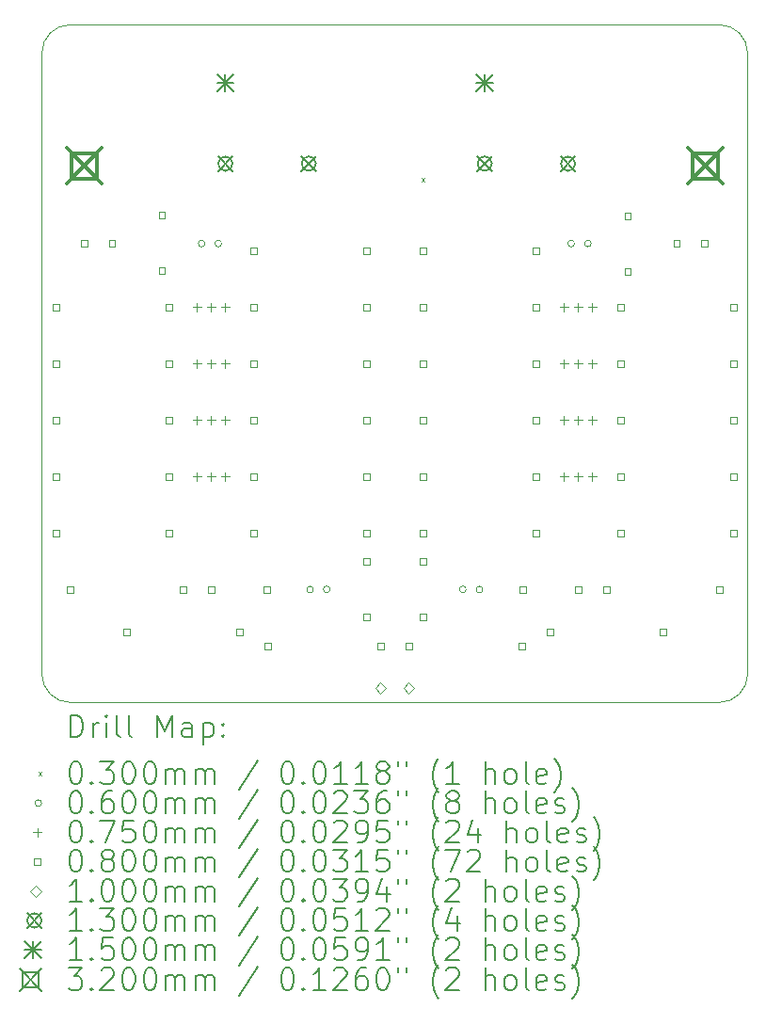
<source format=gbr>
%TF.GenerationSoftware,KiCad,Pcbnew,8.0.9*%
%TF.CreationDate,2025-03-02T14:16:50+01:00*%
%TF.ProjectId,cjss190,636a7373-3139-4302-9e6b-696361645f70,rev?*%
%TF.SameCoordinates,Original*%
%TF.FileFunction,Drillmap*%
%TF.FilePolarity,Positive*%
%FSLAX45Y45*%
G04 Gerber Fmt 4.5, Leading zero omitted, Abs format (unit mm)*
G04 Created by KiCad (PCBNEW 8.0.9) date 2025-03-02 14:16:50*
%MOMM*%
%LPD*%
G01*
G04 APERTURE LIST*
%ADD10C,0.050000*%
%ADD11C,0.200000*%
%ADD12C,0.100000*%
%ADD13C,0.130000*%
%ADD14C,0.150000*%
%ADD15C,0.320000*%
G04 APERTURE END LIST*
D10*
X4445000Y-4699000D02*
G75*
G02*
X4699000Y-4445000I254000J0D01*
G01*
X4699000Y-4445000D02*
X10541000Y-4445000D01*
X10795000Y-4699000D02*
X10795000Y-10287000D01*
X4699000Y-10541000D02*
G75*
G02*
X4445000Y-10287000I0J254000D01*
G01*
X4445000Y-10287000D02*
X4445000Y-4699000D01*
X10541000Y-4445000D02*
G75*
G02*
X10795000Y-4699000I0J-254000D01*
G01*
X10541000Y-10541000D02*
X4699000Y-10541000D01*
X10795000Y-10287000D02*
G75*
G02*
X10541000Y-10541000I-254000J0D01*
G01*
D11*
D12*
X7859000Y-5827000D02*
X7889000Y-5857000D01*
X7889000Y-5827000D02*
X7859000Y-5857000D01*
X5912500Y-6413500D02*
G75*
G02*
X5852500Y-6413500I-30000J0D01*
G01*
X5852500Y-6413500D02*
G75*
G02*
X5912500Y-6413500I30000J0D01*
G01*
X6062500Y-6413500D02*
G75*
G02*
X6002500Y-6413500I-30000J0D01*
G01*
X6002500Y-6413500D02*
G75*
G02*
X6062500Y-6413500I30000J0D01*
G01*
X6888000Y-9525000D02*
G75*
G02*
X6828000Y-9525000I-30000J0D01*
G01*
X6828000Y-9525000D02*
G75*
G02*
X6888000Y-9525000I30000J0D01*
G01*
X7038000Y-9525000D02*
G75*
G02*
X6978000Y-9525000I-30000J0D01*
G01*
X6978000Y-9525000D02*
G75*
G02*
X7038000Y-9525000I30000J0D01*
G01*
X8262000Y-9525000D02*
G75*
G02*
X8202000Y-9525000I-30000J0D01*
G01*
X8202000Y-9525000D02*
G75*
G02*
X8262000Y-9525000I30000J0D01*
G01*
X8412000Y-9525000D02*
G75*
G02*
X8352000Y-9525000I-30000J0D01*
G01*
X8352000Y-9525000D02*
G75*
G02*
X8412000Y-9525000I30000J0D01*
G01*
X9237500Y-6413500D02*
G75*
G02*
X9177500Y-6413500I-30000J0D01*
G01*
X9177500Y-6413500D02*
G75*
G02*
X9237500Y-6413500I30000J0D01*
G01*
X9387500Y-6413500D02*
G75*
G02*
X9327500Y-6413500I-30000J0D01*
G01*
X9327500Y-6413500D02*
G75*
G02*
X9387500Y-6413500I30000J0D01*
G01*
X5842000Y-6947500D02*
X5842000Y-7022500D01*
X5804500Y-6985000D02*
X5879500Y-6985000D01*
X5842000Y-7455500D02*
X5842000Y-7530500D01*
X5804500Y-7493000D02*
X5879500Y-7493000D01*
X5842000Y-7963500D02*
X5842000Y-8038500D01*
X5804500Y-8001000D02*
X5879500Y-8001000D01*
X5842000Y-8471500D02*
X5842000Y-8546500D01*
X5804500Y-8509000D02*
X5879500Y-8509000D01*
X5969000Y-6947500D02*
X5969000Y-7022500D01*
X5931500Y-6985000D02*
X6006500Y-6985000D01*
X5969000Y-7455500D02*
X5969000Y-7530500D01*
X5931500Y-7493000D02*
X6006500Y-7493000D01*
X5969000Y-7963500D02*
X5969000Y-8038500D01*
X5931500Y-8001000D02*
X6006500Y-8001000D01*
X5969000Y-8471500D02*
X5969000Y-8546500D01*
X5931500Y-8509000D02*
X6006500Y-8509000D01*
X6096000Y-6947500D02*
X6096000Y-7022500D01*
X6058500Y-6985000D02*
X6133500Y-6985000D01*
X6096000Y-7455500D02*
X6096000Y-7530500D01*
X6058500Y-7493000D02*
X6133500Y-7493000D01*
X6096000Y-7963500D02*
X6096000Y-8038500D01*
X6058500Y-8001000D02*
X6133500Y-8001000D01*
X6096000Y-8471500D02*
X6096000Y-8546500D01*
X6058500Y-8509000D02*
X6133500Y-8509000D01*
X9144000Y-6947500D02*
X9144000Y-7022500D01*
X9106500Y-6985000D02*
X9181500Y-6985000D01*
X9144000Y-7455500D02*
X9144000Y-7530500D01*
X9106500Y-7493000D02*
X9181500Y-7493000D01*
X9144000Y-7963500D02*
X9144000Y-8038500D01*
X9106500Y-8001000D02*
X9181500Y-8001000D01*
X9144000Y-8471500D02*
X9144000Y-8546500D01*
X9106500Y-8509000D02*
X9181500Y-8509000D01*
X9271000Y-6947500D02*
X9271000Y-7022500D01*
X9233500Y-6985000D02*
X9308500Y-6985000D01*
X9271000Y-7455500D02*
X9271000Y-7530500D01*
X9233500Y-7493000D02*
X9308500Y-7493000D01*
X9271000Y-7963500D02*
X9271000Y-8038500D01*
X9233500Y-8001000D02*
X9308500Y-8001000D01*
X9271000Y-8471500D02*
X9271000Y-8546500D01*
X9233500Y-8509000D02*
X9308500Y-8509000D01*
X9398000Y-6947500D02*
X9398000Y-7022500D01*
X9360500Y-6985000D02*
X9435500Y-6985000D01*
X9398000Y-7455500D02*
X9398000Y-7530500D01*
X9360500Y-7493000D02*
X9435500Y-7493000D01*
X9398000Y-7963500D02*
X9398000Y-8038500D01*
X9360500Y-8001000D02*
X9435500Y-8001000D01*
X9398000Y-8471500D02*
X9398000Y-8546500D01*
X9360500Y-8509000D02*
X9435500Y-8509000D01*
X4600285Y-7013284D02*
X4600285Y-6956715D01*
X4543716Y-6956715D01*
X4543716Y-7013284D01*
X4600285Y-7013284D01*
X4600285Y-7521284D02*
X4600285Y-7464715D01*
X4543716Y-7464715D01*
X4543716Y-7521284D01*
X4600285Y-7521284D01*
X4600285Y-8029284D02*
X4600285Y-7972715D01*
X4543716Y-7972715D01*
X4543716Y-8029284D01*
X4600285Y-8029284D01*
X4600285Y-8537285D02*
X4600285Y-8480716D01*
X4543716Y-8480716D01*
X4543716Y-8537285D01*
X4600285Y-8537285D01*
X4600285Y-9045285D02*
X4600285Y-8988716D01*
X4543716Y-8988716D01*
X4543716Y-9045285D01*
X4600285Y-9045285D01*
X4727285Y-9553285D02*
X4727285Y-9496716D01*
X4670716Y-9496716D01*
X4670716Y-9553285D01*
X4727285Y-9553285D01*
X4854285Y-6441784D02*
X4854285Y-6385215D01*
X4797716Y-6385215D01*
X4797716Y-6441784D01*
X4854285Y-6441784D01*
X5104285Y-6441784D02*
X5104285Y-6385215D01*
X5047716Y-6385215D01*
X5047716Y-6441784D01*
X5104285Y-6441784D01*
X5235285Y-9934285D02*
X5235285Y-9877716D01*
X5178716Y-9877716D01*
X5178716Y-9934285D01*
X5235285Y-9934285D01*
X5552785Y-6187784D02*
X5552785Y-6131215D01*
X5496216Y-6131215D01*
X5496216Y-6187784D01*
X5552785Y-6187784D01*
X5552785Y-6687784D02*
X5552785Y-6631215D01*
X5496216Y-6631215D01*
X5496216Y-6687784D01*
X5552785Y-6687784D01*
X5616284Y-7013284D02*
X5616284Y-6956715D01*
X5559716Y-6956715D01*
X5559716Y-7013284D01*
X5616284Y-7013284D01*
X5616284Y-7521284D02*
X5616284Y-7464715D01*
X5559716Y-7464715D01*
X5559716Y-7521284D01*
X5616284Y-7521284D01*
X5616284Y-8029284D02*
X5616284Y-7972715D01*
X5559716Y-7972715D01*
X5559716Y-8029284D01*
X5616284Y-8029284D01*
X5616284Y-8537285D02*
X5616284Y-8480716D01*
X5559716Y-8480716D01*
X5559716Y-8537285D01*
X5616284Y-8537285D01*
X5616284Y-9045285D02*
X5616284Y-8988716D01*
X5559716Y-8988716D01*
X5559716Y-9045285D01*
X5616284Y-9045285D01*
X5743284Y-9553285D02*
X5743284Y-9496716D01*
X5686715Y-9496716D01*
X5686715Y-9553285D01*
X5743284Y-9553285D01*
X5997284Y-9553285D02*
X5997284Y-9496716D01*
X5940715Y-9496716D01*
X5940715Y-9553285D01*
X5997284Y-9553285D01*
X6251284Y-9934285D02*
X6251284Y-9877716D01*
X6194715Y-9877716D01*
X6194715Y-9934285D01*
X6251284Y-9934285D01*
X6378284Y-6505284D02*
X6378284Y-6448715D01*
X6321715Y-6448715D01*
X6321715Y-6505284D01*
X6378284Y-6505284D01*
X6378284Y-7013284D02*
X6378284Y-6956715D01*
X6321715Y-6956715D01*
X6321715Y-7013284D01*
X6378284Y-7013284D01*
X6378284Y-7521284D02*
X6378284Y-7464715D01*
X6321715Y-7464715D01*
X6321715Y-7521284D01*
X6378284Y-7521284D01*
X6378284Y-8029284D02*
X6378284Y-7972715D01*
X6321715Y-7972715D01*
X6321715Y-8029284D01*
X6378284Y-8029284D01*
X6378284Y-8537285D02*
X6378284Y-8480716D01*
X6321715Y-8480716D01*
X6321715Y-8537285D01*
X6378284Y-8537285D01*
X6378284Y-9045285D02*
X6378284Y-8988716D01*
X6321715Y-8988716D01*
X6321715Y-9045285D01*
X6378284Y-9045285D01*
X6497284Y-9553285D02*
X6497284Y-9496716D01*
X6440715Y-9496716D01*
X6440715Y-9553285D01*
X6497284Y-9553285D01*
X6505284Y-10061285D02*
X6505284Y-10004716D01*
X6448715Y-10004716D01*
X6448715Y-10061285D01*
X6505284Y-10061285D01*
X7394284Y-6505284D02*
X7394284Y-6448715D01*
X7337715Y-6448715D01*
X7337715Y-6505284D01*
X7394284Y-6505284D01*
X7394284Y-7013284D02*
X7394284Y-6956715D01*
X7337715Y-6956715D01*
X7337715Y-7013284D01*
X7394284Y-7013284D01*
X7394284Y-7521284D02*
X7394284Y-7464715D01*
X7337715Y-7464715D01*
X7337715Y-7521284D01*
X7394284Y-7521284D01*
X7394284Y-8029284D02*
X7394284Y-7972715D01*
X7337715Y-7972715D01*
X7337715Y-8029284D01*
X7394284Y-8029284D01*
X7394284Y-8537285D02*
X7394284Y-8480716D01*
X7337715Y-8480716D01*
X7337715Y-8537285D01*
X7394284Y-8537285D01*
X7394284Y-9045285D02*
X7394284Y-8988716D01*
X7337715Y-8988716D01*
X7337715Y-9045285D01*
X7394284Y-9045285D01*
X7394284Y-9303285D02*
X7394284Y-9246716D01*
X7337715Y-9246716D01*
X7337715Y-9303285D01*
X7394284Y-9303285D01*
X7394284Y-9803285D02*
X7394284Y-9746716D01*
X7337715Y-9746716D01*
X7337715Y-9803285D01*
X7394284Y-9803285D01*
X7521284Y-10061285D02*
X7521284Y-10004716D01*
X7464715Y-10004716D01*
X7464715Y-10061285D01*
X7521284Y-10061285D01*
X7775284Y-10061285D02*
X7775284Y-10004716D01*
X7718715Y-10004716D01*
X7718715Y-10061285D01*
X7775284Y-10061285D01*
X7902284Y-6505284D02*
X7902284Y-6448715D01*
X7845715Y-6448715D01*
X7845715Y-6505284D01*
X7902284Y-6505284D01*
X7902284Y-7013284D02*
X7902284Y-6956715D01*
X7845715Y-6956715D01*
X7845715Y-7013284D01*
X7902284Y-7013284D01*
X7902284Y-7521284D02*
X7902284Y-7464715D01*
X7845715Y-7464715D01*
X7845715Y-7521284D01*
X7902284Y-7521284D01*
X7902284Y-8029284D02*
X7902284Y-7972715D01*
X7845715Y-7972715D01*
X7845715Y-8029284D01*
X7902284Y-8029284D01*
X7902284Y-8537285D02*
X7902284Y-8480716D01*
X7845715Y-8480716D01*
X7845715Y-8537285D01*
X7902284Y-8537285D01*
X7902284Y-9045285D02*
X7902284Y-8988716D01*
X7845715Y-8988716D01*
X7845715Y-9045285D01*
X7902284Y-9045285D01*
X7902284Y-9303285D02*
X7902284Y-9246716D01*
X7845715Y-9246716D01*
X7845715Y-9303285D01*
X7902284Y-9303285D01*
X7902284Y-9803285D02*
X7902284Y-9746716D01*
X7845715Y-9746716D01*
X7845715Y-9803285D01*
X7902284Y-9803285D01*
X8791285Y-10061285D02*
X8791285Y-10004716D01*
X8734716Y-10004716D01*
X8734716Y-10061285D01*
X8791285Y-10061285D01*
X8799285Y-9553285D02*
X8799285Y-9496716D01*
X8742716Y-9496716D01*
X8742716Y-9553285D01*
X8799285Y-9553285D01*
X8918285Y-6505284D02*
X8918285Y-6448715D01*
X8861716Y-6448715D01*
X8861716Y-6505284D01*
X8918285Y-6505284D01*
X8918285Y-7013284D02*
X8918285Y-6956715D01*
X8861716Y-6956715D01*
X8861716Y-7013284D01*
X8918285Y-7013284D01*
X8918285Y-7521284D02*
X8918285Y-7464715D01*
X8861716Y-7464715D01*
X8861716Y-7521284D01*
X8918285Y-7521284D01*
X8918285Y-8029284D02*
X8918285Y-7972715D01*
X8861716Y-7972715D01*
X8861716Y-8029284D01*
X8918285Y-8029284D01*
X8918285Y-8537285D02*
X8918285Y-8480716D01*
X8861716Y-8480716D01*
X8861716Y-8537285D01*
X8918285Y-8537285D01*
X8918285Y-9045285D02*
X8918285Y-8988716D01*
X8861716Y-8988716D01*
X8861716Y-9045285D01*
X8918285Y-9045285D01*
X9045285Y-9934285D02*
X9045285Y-9877716D01*
X8988716Y-9877716D01*
X8988716Y-9934285D01*
X9045285Y-9934285D01*
X9299285Y-9553285D02*
X9299285Y-9496716D01*
X9242716Y-9496716D01*
X9242716Y-9553285D01*
X9299285Y-9553285D01*
X9553285Y-9553285D02*
X9553285Y-9496716D01*
X9496716Y-9496716D01*
X9496716Y-9553285D01*
X9553285Y-9553285D01*
X9680285Y-7013284D02*
X9680285Y-6956715D01*
X9623716Y-6956715D01*
X9623716Y-7013284D01*
X9680285Y-7013284D01*
X9680285Y-7521284D02*
X9680285Y-7464715D01*
X9623716Y-7464715D01*
X9623716Y-7521284D01*
X9680285Y-7521284D01*
X9680285Y-8029284D02*
X9680285Y-7972715D01*
X9623716Y-7972715D01*
X9623716Y-8029284D01*
X9680285Y-8029284D01*
X9680285Y-8537285D02*
X9680285Y-8480716D01*
X9623716Y-8480716D01*
X9623716Y-8537285D01*
X9680285Y-8537285D01*
X9680285Y-9045285D02*
X9680285Y-8988716D01*
X9623716Y-8988716D01*
X9623716Y-9045285D01*
X9680285Y-9045285D01*
X9743785Y-6195784D02*
X9743785Y-6139215D01*
X9687216Y-6139215D01*
X9687216Y-6195784D01*
X9743785Y-6195784D01*
X9743785Y-6695784D02*
X9743785Y-6639215D01*
X9687216Y-6639215D01*
X9687216Y-6695784D01*
X9743785Y-6695784D01*
X10061285Y-9934285D02*
X10061285Y-9877716D01*
X10004716Y-9877716D01*
X10004716Y-9934285D01*
X10061285Y-9934285D01*
X10183523Y-6441784D02*
X10183523Y-6385215D01*
X10126954Y-6385215D01*
X10126954Y-6441784D01*
X10183523Y-6441784D01*
X10433523Y-6441784D02*
X10433523Y-6385215D01*
X10376954Y-6385215D01*
X10376954Y-6441784D01*
X10433523Y-6441784D01*
X10569285Y-9553285D02*
X10569285Y-9496716D01*
X10512716Y-9496716D01*
X10512716Y-9553285D01*
X10569285Y-9553285D01*
X10696285Y-7013284D02*
X10696285Y-6956715D01*
X10639716Y-6956715D01*
X10639716Y-7013284D01*
X10696285Y-7013284D01*
X10696285Y-7521284D02*
X10696285Y-7464715D01*
X10639716Y-7464715D01*
X10639716Y-7521284D01*
X10696285Y-7521284D01*
X10696285Y-8029284D02*
X10696285Y-7972715D01*
X10639716Y-7972715D01*
X10639716Y-8029284D01*
X10696285Y-8029284D01*
X10696285Y-8537285D02*
X10696285Y-8480716D01*
X10639716Y-8480716D01*
X10639716Y-8537285D01*
X10696285Y-8537285D01*
X10696285Y-9045285D02*
X10696285Y-8988716D01*
X10639716Y-8988716D01*
X10639716Y-9045285D01*
X10696285Y-9045285D01*
X7493000Y-10464000D02*
X7543000Y-10414000D01*
X7493000Y-10364000D01*
X7443000Y-10414000D01*
X7493000Y-10464000D01*
X7747000Y-10464000D02*
X7797000Y-10414000D01*
X7747000Y-10364000D01*
X7697000Y-10414000D01*
X7747000Y-10464000D01*
D13*
X6031000Y-5630000D02*
X6161000Y-5760000D01*
X6161000Y-5630000D02*
X6031000Y-5760000D01*
X6161000Y-5695000D02*
G75*
G02*
X6031000Y-5695000I-65000J0D01*
G01*
X6031000Y-5695000D02*
G75*
G02*
X6161000Y-5695000I65000J0D01*
G01*
X6781000Y-5630000D02*
X6911000Y-5760000D01*
X6911000Y-5630000D02*
X6781000Y-5760000D01*
X6911000Y-5695000D02*
G75*
G02*
X6781000Y-5695000I-65000J0D01*
G01*
X6781000Y-5695000D02*
G75*
G02*
X6911000Y-5695000I65000J0D01*
G01*
X8363975Y-5630000D02*
X8493975Y-5760000D01*
X8493975Y-5630000D02*
X8363975Y-5760000D01*
X8493975Y-5695000D02*
G75*
G02*
X8363975Y-5695000I-65000J0D01*
G01*
X8363975Y-5695000D02*
G75*
G02*
X8493975Y-5695000I65000J0D01*
G01*
X9113975Y-5630000D02*
X9243975Y-5760000D01*
X9243975Y-5630000D02*
X9113975Y-5760000D01*
X9243975Y-5695000D02*
G75*
G02*
X9113975Y-5695000I-65000J0D01*
G01*
X9113975Y-5695000D02*
G75*
G02*
X9243975Y-5695000I65000J0D01*
G01*
D14*
X6021000Y-4895000D02*
X6171000Y-5045000D01*
X6171000Y-4895000D02*
X6021000Y-5045000D01*
X6096000Y-4895000D02*
X6096000Y-5045000D01*
X6021000Y-4970000D02*
X6171000Y-4970000D01*
X8353975Y-4895000D02*
X8503975Y-5045000D01*
X8503975Y-4895000D02*
X8353975Y-5045000D01*
X8428975Y-4895000D02*
X8428975Y-5045000D01*
X8353975Y-4970000D02*
X8503975Y-4970000D01*
D15*
X4666000Y-5555000D02*
X4986000Y-5875000D01*
X4986000Y-5555000D02*
X4666000Y-5875000D01*
X4939138Y-5828138D02*
X4939138Y-5601862D01*
X4712862Y-5601862D01*
X4712862Y-5828138D01*
X4939138Y-5828138D01*
X10254000Y-5555000D02*
X10574000Y-5875000D01*
X10574000Y-5555000D02*
X10254000Y-5875000D01*
X10527138Y-5828138D02*
X10527138Y-5601862D01*
X10300862Y-5601862D01*
X10300862Y-5828138D01*
X10527138Y-5828138D01*
D11*
X4703277Y-10854984D02*
X4703277Y-10654984D01*
X4703277Y-10654984D02*
X4750896Y-10654984D01*
X4750896Y-10654984D02*
X4779467Y-10664508D01*
X4779467Y-10664508D02*
X4798515Y-10683555D01*
X4798515Y-10683555D02*
X4808039Y-10702603D01*
X4808039Y-10702603D02*
X4817563Y-10740698D01*
X4817563Y-10740698D02*
X4817563Y-10769270D01*
X4817563Y-10769270D02*
X4808039Y-10807365D01*
X4808039Y-10807365D02*
X4798515Y-10826412D01*
X4798515Y-10826412D02*
X4779467Y-10845460D01*
X4779467Y-10845460D02*
X4750896Y-10854984D01*
X4750896Y-10854984D02*
X4703277Y-10854984D01*
X4903277Y-10854984D02*
X4903277Y-10721650D01*
X4903277Y-10759746D02*
X4912801Y-10740698D01*
X4912801Y-10740698D02*
X4922324Y-10731174D01*
X4922324Y-10731174D02*
X4941372Y-10721650D01*
X4941372Y-10721650D02*
X4960420Y-10721650D01*
X5027086Y-10854984D02*
X5027086Y-10721650D01*
X5027086Y-10654984D02*
X5017563Y-10664508D01*
X5017563Y-10664508D02*
X5027086Y-10674031D01*
X5027086Y-10674031D02*
X5036610Y-10664508D01*
X5036610Y-10664508D02*
X5027086Y-10654984D01*
X5027086Y-10654984D02*
X5027086Y-10674031D01*
X5150896Y-10854984D02*
X5131848Y-10845460D01*
X5131848Y-10845460D02*
X5122324Y-10826412D01*
X5122324Y-10826412D02*
X5122324Y-10654984D01*
X5255658Y-10854984D02*
X5236610Y-10845460D01*
X5236610Y-10845460D02*
X5227086Y-10826412D01*
X5227086Y-10826412D02*
X5227086Y-10654984D01*
X5484229Y-10854984D02*
X5484229Y-10654984D01*
X5484229Y-10654984D02*
X5550896Y-10797841D01*
X5550896Y-10797841D02*
X5617562Y-10654984D01*
X5617562Y-10654984D02*
X5617562Y-10854984D01*
X5798515Y-10854984D02*
X5798515Y-10750222D01*
X5798515Y-10750222D02*
X5788991Y-10731174D01*
X5788991Y-10731174D02*
X5769943Y-10721650D01*
X5769943Y-10721650D02*
X5731848Y-10721650D01*
X5731848Y-10721650D02*
X5712801Y-10731174D01*
X5798515Y-10845460D02*
X5779467Y-10854984D01*
X5779467Y-10854984D02*
X5731848Y-10854984D01*
X5731848Y-10854984D02*
X5712801Y-10845460D01*
X5712801Y-10845460D02*
X5703277Y-10826412D01*
X5703277Y-10826412D02*
X5703277Y-10807365D01*
X5703277Y-10807365D02*
X5712801Y-10788317D01*
X5712801Y-10788317D02*
X5731848Y-10778793D01*
X5731848Y-10778793D02*
X5779467Y-10778793D01*
X5779467Y-10778793D02*
X5798515Y-10769270D01*
X5893753Y-10721650D02*
X5893753Y-10921650D01*
X5893753Y-10731174D02*
X5912801Y-10721650D01*
X5912801Y-10721650D02*
X5950896Y-10721650D01*
X5950896Y-10721650D02*
X5969943Y-10731174D01*
X5969943Y-10731174D02*
X5979467Y-10740698D01*
X5979467Y-10740698D02*
X5988991Y-10759746D01*
X5988991Y-10759746D02*
X5988991Y-10816889D01*
X5988991Y-10816889D02*
X5979467Y-10835936D01*
X5979467Y-10835936D02*
X5969943Y-10845460D01*
X5969943Y-10845460D02*
X5950896Y-10854984D01*
X5950896Y-10854984D02*
X5912801Y-10854984D01*
X5912801Y-10854984D02*
X5893753Y-10845460D01*
X6074705Y-10835936D02*
X6084229Y-10845460D01*
X6084229Y-10845460D02*
X6074705Y-10854984D01*
X6074705Y-10854984D02*
X6065182Y-10845460D01*
X6065182Y-10845460D02*
X6074705Y-10835936D01*
X6074705Y-10835936D02*
X6074705Y-10854984D01*
X6074705Y-10731174D02*
X6084229Y-10740698D01*
X6084229Y-10740698D02*
X6074705Y-10750222D01*
X6074705Y-10750222D02*
X6065182Y-10740698D01*
X6065182Y-10740698D02*
X6074705Y-10731174D01*
X6074705Y-10731174D02*
X6074705Y-10750222D01*
D12*
X4412500Y-11168500D02*
X4442500Y-11198500D01*
X4442500Y-11168500D02*
X4412500Y-11198500D01*
D11*
X4741372Y-11074984D02*
X4760420Y-11074984D01*
X4760420Y-11074984D02*
X4779467Y-11084508D01*
X4779467Y-11084508D02*
X4788991Y-11094031D01*
X4788991Y-11094031D02*
X4798515Y-11113079D01*
X4798515Y-11113079D02*
X4808039Y-11151174D01*
X4808039Y-11151174D02*
X4808039Y-11198793D01*
X4808039Y-11198793D02*
X4798515Y-11236888D01*
X4798515Y-11236888D02*
X4788991Y-11255936D01*
X4788991Y-11255936D02*
X4779467Y-11265460D01*
X4779467Y-11265460D02*
X4760420Y-11274984D01*
X4760420Y-11274984D02*
X4741372Y-11274984D01*
X4741372Y-11274984D02*
X4722324Y-11265460D01*
X4722324Y-11265460D02*
X4712801Y-11255936D01*
X4712801Y-11255936D02*
X4703277Y-11236888D01*
X4703277Y-11236888D02*
X4693753Y-11198793D01*
X4693753Y-11198793D02*
X4693753Y-11151174D01*
X4693753Y-11151174D02*
X4703277Y-11113079D01*
X4703277Y-11113079D02*
X4712801Y-11094031D01*
X4712801Y-11094031D02*
X4722324Y-11084508D01*
X4722324Y-11084508D02*
X4741372Y-11074984D01*
X4893753Y-11255936D02*
X4903277Y-11265460D01*
X4903277Y-11265460D02*
X4893753Y-11274984D01*
X4893753Y-11274984D02*
X4884229Y-11265460D01*
X4884229Y-11265460D02*
X4893753Y-11255936D01*
X4893753Y-11255936D02*
X4893753Y-11274984D01*
X4969944Y-11074984D02*
X5093753Y-11074984D01*
X5093753Y-11074984D02*
X5027086Y-11151174D01*
X5027086Y-11151174D02*
X5055658Y-11151174D01*
X5055658Y-11151174D02*
X5074705Y-11160698D01*
X5074705Y-11160698D02*
X5084229Y-11170222D01*
X5084229Y-11170222D02*
X5093753Y-11189269D01*
X5093753Y-11189269D02*
X5093753Y-11236888D01*
X5093753Y-11236888D02*
X5084229Y-11255936D01*
X5084229Y-11255936D02*
X5074705Y-11265460D01*
X5074705Y-11265460D02*
X5055658Y-11274984D01*
X5055658Y-11274984D02*
X4998515Y-11274984D01*
X4998515Y-11274984D02*
X4979467Y-11265460D01*
X4979467Y-11265460D02*
X4969944Y-11255936D01*
X5217563Y-11074984D02*
X5236610Y-11074984D01*
X5236610Y-11074984D02*
X5255658Y-11084508D01*
X5255658Y-11084508D02*
X5265182Y-11094031D01*
X5265182Y-11094031D02*
X5274705Y-11113079D01*
X5274705Y-11113079D02*
X5284229Y-11151174D01*
X5284229Y-11151174D02*
X5284229Y-11198793D01*
X5284229Y-11198793D02*
X5274705Y-11236888D01*
X5274705Y-11236888D02*
X5265182Y-11255936D01*
X5265182Y-11255936D02*
X5255658Y-11265460D01*
X5255658Y-11265460D02*
X5236610Y-11274984D01*
X5236610Y-11274984D02*
X5217563Y-11274984D01*
X5217563Y-11274984D02*
X5198515Y-11265460D01*
X5198515Y-11265460D02*
X5188991Y-11255936D01*
X5188991Y-11255936D02*
X5179467Y-11236888D01*
X5179467Y-11236888D02*
X5169944Y-11198793D01*
X5169944Y-11198793D02*
X5169944Y-11151174D01*
X5169944Y-11151174D02*
X5179467Y-11113079D01*
X5179467Y-11113079D02*
X5188991Y-11094031D01*
X5188991Y-11094031D02*
X5198515Y-11084508D01*
X5198515Y-11084508D02*
X5217563Y-11074984D01*
X5408039Y-11074984D02*
X5427086Y-11074984D01*
X5427086Y-11074984D02*
X5446134Y-11084508D01*
X5446134Y-11084508D02*
X5455658Y-11094031D01*
X5455658Y-11094031D02*
X5465182Y-11113079D01*
X5465182Y-11113079D02*
X5474705Y-11151174D01*
X5474705Y-11151174D02*
X5474705Y-11198793D01*
X5474705Y-11198793D02*
X5465182Y-11236888D01*
X5465182Y-11236888D02*
X5455658Y-11255936D01*
X5455658Y-11255936D02*
X5446134Y-11265460D01*
X5446134Y-11265460D02*
X5427086Y-11274984D01*
X5427086Y-11274984D02*
X5408039Y-11274984D01*
X5408039Y-11274984D02*
X5388991Y-11265460D01*
X5388991Y-11265460D02*
X5379467Y-11255936D01*
X5379467Y-11255936D02*
X5369944Y-11236888D01*
X5369944Y-11236888D02*
X5360420Y-11198793D01*
X5360420Y-11198793D02*
X5360420Y-11151174D01*
X5360420Y-11151174D02*
X5369944Y-11113079D01*
X5369944Y-11113079D02*
X5379467Y-11094031D01*
X5379467Y-11094031D02*
X5388991Y-11084508D01*
X5388991Y-11084508D02*
X5408039Y-11074984D01*
X5560420Y-11274984D02*
X5560420Y-11141650D01*
X5560420Y-11160698D02*
X5569944Y-11151174D01*
X5569944Y-11151174D02*
X5588991Y-11141650D01*
X5588991Y-11141650D02*
X5617563Y-11141650D01*
X5617563Y-11141650D02*
X5636610Y-11151174D01*
X5636610Y-11151174D02*
X5646134Y-11170222D01*
X5646134Y-11170222D02*
X5646134Y-11274984D01*
X5646134Y-11170222D02*
X5655658Y-11151174D01*
X5655658Y-11151174D02*
X5674705Y-11141650D01*
X5674705Y-11141650D02*
X5703277Y-11141650D01*
X5703277Y-11141650D02*
X5722324Y-11151174D01*
X5722324Y-11151174D02*
X5731848Y-11170222D01*
X5731848Y-11170222D02*
X5731848Y-11274984D01*
X5827086Y-11274984D02*
X5827086Y-11141650D01*
X5827086Y-11160698D02*
X5836610Y-11151174D01*
X5836610Y-11151174D02*
X5855658Y-11141650D01*
X5855658Y-11141650D02*
X5884229Y-11141650D01*
X5884229Y-11141650D02*
X5903277Y-11151174D01*
X5903277Y-11151174D02*
X5912801Y-11170222D01*
X5912801Y-11170222D02*
X5912801Y-11274984D01*
X5912801Y-11170222D02*
X5922324Y-11151174D01*
X5922324Y-11151174D02*
X5941372Y-11141650D01*
X5941372Y-11141650D02*
X5969943Y-11141650D01*
X5969943Y-11141650D02*
X5988991Y-11151174D01*
X5988991Y-11151174D02*
X5998515Y-11170222D01*
X5998515Y-11170222D02*
X5998515Y-11274984D01*
X6388991Y-11065460D02*
X6217563Y-11322603D01*
X6646134Y-11074984D02*
X6665182Y-11074984D01*
X6665182Y-11074984D02*
X6684229Y-11084508D01*
X6684229Y-11084508D02*
X6693753Y-11094031D01*
X6693753Y-11094031D02*
X6703277Y-11113079D01*
X6703277Y-11113079D02*
X6712801Y-11151174D01*
X6712801Y-11151174D02*
X6712801Y-11198793D01*
X6712801Y-11198793D02*
X6703277Y-11236888D01*
X6703277Y-11236888D02*
X6693753Y-11255936D01*
X6693753Y-11255936D02*
X6684229Y-11265460D01*
X6684229Y-11265460D02*
X6665182Y-11274984D01*
X6665182Y-11274984D02*
X6646134Y-11274984D01*
X6646134Y-11274984D02*
X6627086Y-11265460D01*
X6627086Y-11265460D02*
X6617563Y-11255936D01*
X6617563Y-11255936D02*
X6608039Y-11236888D01*
X6608039Y-11236888D02*
X6598515Y-11198793D01*
X6598515Y-11198793D02*
X6598515Y-11151174D01*
X6598515Y-11151174D02*
X6608039Y-11113079D01*
X6608039Y-11113079D02*
X6617563Y-11094031D01*
X6617563Y-11094031D02*
X6627086Y-11084508D01*
X6627086Y-11084508D02*
X6646134Y-11074984D01*
X6798515Y-11255936D02*
X6808039Y-11265460D01*
X6808039Y-11265460D02*
X6798515Y-11274984D01*
X6798515Y-11274984D02*
X6788991Y-11265460D01*
X6788991Y-11265460D02*
X6798515Y-11255936D01*
X6798515Y-11255936D02*
X6798515Y-11274984D01*
X6931848Y-11074984D02*
X6950896Y-11074984D01*
X6950896Y-11074984D02*
X6969944Y-11084508D01*
X6969944Y-11084508D02*
X6979467Y-11094031D01*
X6979467Y-11094031D02*
X6988991Y-11113079D01*
X6988991Y-11113079D02*
X6998515Y-11151174D01*
X6998515Y-11151174D02*
X6998515Y-11198793D01*
X6998515Y-11198793D02*
X6988991Y-11236888D01*
X6988991Y-11236888D02*
X6979467Y-11255936D01*
X6979467Y-11255936D02*
X6969944Y-11265460D01*
X6969944Y-11265460D02*
X6950896Y-11274984D01*
X6950896Y-11274984D02*
X6931848Y-11274984D01*
X6931848Y-11274984D02*
X6912801Y-11265460D01*
X6912801Y-11265460D02*
X6903277Y-11255936D01*
X6903277Y-11255936D02*
X6893753Y-11236888D01*
X6893753Y-11236888D02*
X6884229Y-11198793D01*
X6884229Y-11198793D02*
X6884229Y-11151174D01*
X6884229Y-11151174D02*
X6893753Y-11113079D01*
X6893753Y-11113079D02*
X6903277Y-11094031D01*
X6903277Y-11094031D02*
X6912801Y-11084508D01*
X6912801Y-11084508D02*
X6931848Y-11074984D01*
X7188991Y-11274984D02*
X7074706Y-11274984D01*
X7131848Y-11274984D02*
X7131848Y-11074984D01*
X7131848Y-11074984D02*
X7112801Y-11103555D01*
X7112801Y-11103555D02*
X7093753Y-11122603D01*
X7093753Y-11122603D02*
X7074706Y-11132127D01*
X7379467Y-11274984D02*
X7265182Y-11274984D01*
X7322325Y-11274984D02*
X7322325Y-11074984D01*
X7322325Y-11074984D02*
X7303277Y-11103555D01*
X7303277Y-11103555D02*
X7284229Y-11122603D01*
X7284229Y-11122603D02*
X7265182Y-11132127D01*
X7493753Y-11160698D02*
X7474706Y-11151174D01*
X7474706Y-11151174D02*
X7465182Y-11141650D01*
X7465182Y-11141650D02*
X7455658Y-11122603D01*
X7455658Y-11122603D02*
X7455658Y-11113079D01*
X7455658Y-11113079D02*
X7465182Y-11094031D01*
X7465182Y-11094031D02*
X7474706Y-11084508D01*
X7474706Y-11084508D02*
X7493753Y-11074984D01*
X7493753Y-11074984D02*
X7531848Y-11074984D01*
X7531848Y-11074984D02*
X7550896Y-11084508D01*
X7550896Y-11084508D02*
X7560420Y-11094031D01*
X7560420Y-11094031D02*
X7569944Y-11113079D01*
X7569944Y-11113079D02*
X7569944Y-11122603D01*
X7569944Y-11122603D02*
X7560420Y-11141650D01*
X7560420Y-11141650D02*
X7550896Y-11151174D01*
X7550896Y-11151174D02*
X7531848Y-11160698D01*
X7531848Y-11160698D02*
X7493753Y-11160698D01*
X7493753Y-11160698D02*
X7474706Y-11170222D01*
X7474706Y-11170222D02*
X7465182Y-11179746D01*
X7465182Y-11179746D02*
X7455658Y-11198793D01*
X7455658Y-11198793D02*
X7455658Y-11236888D01*
X7455658Y-11236888D02*
X7465182Y-11255936D01*
X7465182Y-11255936D02*
X7474706Y-11265460D01*
X7474706Y-11265460D02*
X7493753Y-11274984D01*
X7493753Y-11274984D02*
X7531848Y-11274984D01*
X7531848Y-11274984D02*
X7550896Y-11265460D01*
X7550896Y-11265460D02*
X7560420Y-11255936D01*
X7560420Y-11255936D02*
X7569944Y-11236888D01*
X7569944Y-11236888D02*
X7569944Y-11198793D01*
X7569944Y-11198793D02*
X7560420Y-11179746D01*
X7560420Y-11179746D02*
X7550896Y-11170222D01*
X7550896Y-11170222D02*
X7531848Y-11160698D01*
X7646134Y-11074984D02*
X7646134Y-11113079D01*
X7722325Y-11074984D02*
X7722325Y-11113079D01*
X8017563Y-11351174D02*
X8008039Y-11341650D01*
X8008039Y-11341650D02*
X7988991Y-11313079D01*
X7988991Y-11313079D02*
X7979468Y-11294031D01*
X7979468Y-11294031D02*
X7969944Y-11265460D01*
X7969944Y-11265460D02*
X7960420Y-11217841D01*
X7960420Y-11217841D02*
X7960420Y-11179746D01*
X7960420Y-11179746D02*
X7969944Y-11132127D01*
X7969944Y-11132127D02*
X7979468Y-11103555D01*
X7979468Y-11103555D02*
X7988991Y-11084508D01*
X7988991Y-11084508D02*
X8008039Y-11055936D01*
X8008039Y-11055936D02*
X8017563Y-11046412D01*
X8198515Y-11274984D02*
X8084229Y-11274984D01*
X8141372Y-11274984D02*
X8141372Y-11074984D01*
X8141372Y-11074984D02*
X8122325Y-11103555D01*
X8122325Y-11103555D02*
X8103277Y-11122603D01*
X8103277Y-11122603D02*
X8084229Y-11132127D01*
X8436611Y-11274984D02*
X8436611Y-11074984D01*
X8522325Y-11274984D02*
X8522325Y-11170222D01*
X8522325Y-11170222D02*
X8512801Y-11151174D01*
X8512801Y-11151174D02*
X8493753Y-11141650D01*
X8493753Y-11141650D02*
X8465182Y-11141650D01*
X8465182Y-11141650D02*
X8446134Y-11151174D01*
X8446134Y-11151174D02*
X8436611Y-11160698D01*
X8646134Y-11274984D02*
X8627087Y-11265460D01*
X8627087Y-11265460D02*
X8617563Y-11255936D01*
X8617563Y-11255936D02*
X8608039Y-11236888D01*
X8608039Y-11236888D02*
X8608039Y-11179746D01*
X8608039Y-11179746D02*
X8617563Y-11160698D01*
X8617563Y-11160698D02*
X8627087Y-11151174D01*
X8627087Y-11151174D02*
X8646134Y-11141650D01*
X8646134Y-11141650D02*
X8674706Y-11141650D01*
X8674706Y-11141650D02*
X8693753Y-11151174D01*
X8693753Y-11151174D02*
X8703277Y-11160698D01*
X8703277Y-11160698D02*
X8712801Y-11179746D01*
X8712801Y-11179746D02*
X8712801Y-11236888D01*
X8712801Y-11236888D02*
X8703277Y-11255936D01*
X8703277Y-11255936D02*
X8693753Y-11265460D01*
X8693753Y-11265460D02*
X8674706Y-11274984D01*
X8674706Y-11274984D02*
X8646134Y-11274984D01*
X8827087Y-11274984D02*
X8808039Y-11265460D01*
X8808039Y-11265460D02*
X8798515Y-11246412D01*
X8798515Y-11246412D02*
X8798515Y-11074984D01*
X8979468Y-11265460D02*
X8960420Y-11274984D01*
X8960420Y-11274984D02*
X8922325Y-11274984D01*
X8922325Y-11274984D02*
X8903277Y-11265460D01*
X8903277Y-11265460D02*
X8893753Y-11246412D01*
X8893753Y-11246412D02*
X8893753Y-11170222D01*
X8893753Y-11170222D02*
X8903277Y-11151174D01*
X8903277Y-11151174D02*
X8922325Y-11141650D01*
X8922325Y-11141650D02*
X8960420Y-11141650D01*
X8960420Y-11141650D02*
X8979468Y-11151174D01*
X8979468Y-11151174D02*
X8988992Y-11170222D01*
X8988992Y-11170222D02*
X8988992Y-11189269D01*
X8988992Y-11189269D02*
X8893753Y-11208317D01*
X9055658Y-11351174D02*
X9065182Y-11341650D01*
X9065182Y-11341650D02*
X9084230Y-11313079D01*
X9084230Y-11313079D02*
X9093753Y-11294031D01*
X9093753Y-11294031D02*
X9103277Y-11265460D01*
X9103277Y-11265460D02*
X9112801Y-11217841D01*
X9112801Y-11217841D02*
X9112801Y-11179746D01*
X9112801Y-11179746D02*
X9103277Y-11132127D01*
X9103277Y-11132127D02*
X9093753Y-11103555D01*
X9093753Y-11103555D02*
X9084230Y-11084508D01*
X9084230Y-11084508D02*
X9065182Y-11055936D01*
X9065182Y-11055936D02*
X9055658Y-11046412D01*
D12*
X4442500Y-11447500D02*
G75*
G02*
X4382500Y-11447500I-30000J0D01*
G01*
X4382500Y-11447500D02*
G75*
G02*
X4442500Y-11447500I30000J0D01*
G01*
D11*
X4741372Y-11338984D02*
X4760420Y-11338984D01*
X4760420Y-11338984D02*
X4779467Y-11348508D01*
X4779467Y-11348508D02*
X4788991Y-11358031D01*
X4788991Y-11358031D02*
X4798515Y-11377079D01*
X4798515Y-11377079D02*
X4808039Y-11415174D01*
X4808039Y-11415174D02*
X4808039Y-11462793D01*
X4808039Y-11462793D02*
X4798515Y-11500888D01*
X4798515Y-11500888D02*
X4788991Y-11519936D01*
X4788991Y-11519936D02*
X4779467Y-11529460D01*
X4779467Y-11529460D02*
X4760420Y-11538984D01*
X4760420Y-11538984D02*
X4741372Y-11538984D01*
X4741372Y-11538984D02*
X4722324Y-11529460D01*
X4722324Y-11529460D02*
X4712801Y-11519936D01*
X4712801Y-11519936D02*
X4703277Y-11500888D01*
X4703277Y-11500888D02*
X4693753Y-11462793D01*
X4693753Y-11462793D02*
X4693753Y-11415174D01*
X4693753Y-11415174D02*
X4703277Y-11377079D01*
X4703277Y-11377079D02*
X4712801Y-11358031D01*
X4712801Y-11358031D02*
X4722324Y-11348508D01*
X4722324Y-11348508D02*
X4741372Y-11338984D01*
X4893753Y-11519936D02*
X4903277Y-11529460D01*
X4903277Y-11529460D02*
X4893753Y-11538984D01*
X4893753Y-11538984D02*
X4884229Y-11529460D01*
X4884229Y-11529460D02*
X4893753Y-11519936D01*
X4893753Y-11519936D02*
X4893753Y-11538984D01*
X5074705Y-11338984D02*
X5036610Y-11338984D01*
X5036610Y-11338984D02*
X5017563Y-11348508D01*
X5017563Y-11348508D02*
X5008039Y-11358031D01*
X5008039Y-11358031D02*
X4988991Y-11386603D01*
X4988991Y-11386603D02*
X4979467Y-11424698D01*
X4979467Y-11424698D02*
X4979467Y-11500888D01*
X4979467Y-11500888D02*
X4988991Y-11519936D01*
X4988991Y-11519936D02*
X4998515Y-11529460D01*
X4998515Y-11529460D02*
X5017563Y-11538984D01*
X5017563Y-11538984D02*
X5055658Y-11538984D01*
X5055658Y-11538984D02*
X5074705Y-11529460D01*
X5074705Y-11529460D02*
X5084229Y-11519936D01*
X5084229Y-11519936D02*
X5093753Y-11500888D01*
X5093753Y-11500888D02*
X5093753Y-11453269D01*
X5093753Y-11453269D02*
X5084229Y-11434222D01*
X5084229Y-11434222D02*
X5074705Y-11424698D01*
X5074705Y-11424698D02*
X5055658Y-11415174D01*
X5055658Y-11415174D02*
X5017563Y-11415174D01*
X5017563Y-11415174D02*
X4998515Y-11424698D01*
X4998515Y-11424698D02*
X4988991Y-11434222D01*
X4988991Y-11434222D02*
X4979467Y-11453269D01*
X5217563Y-11338984D02*
X5236610Y-11338984D01*
X5236610Y-11338984D02*
X5255658Y-11348508D01*
X5255658Y-11348508D02*
X5265182Y-11358031D01*
X5265182Y-11358031D02*
X5274705Y-11377079D01*
X5274705Y-11377079D02*
X5284229Y-11415174D01*
X5284229Y-11415174D02*
X5284229Y-11462793D01*
X5284229Y-11462793D02*
X5274705Y-11500888D01*
X5274705Y-11500888D02*
X5265182Y-11519936D01*
X5265182Y-11519936D02*
X5255658Y-11529460D01*
X5255658Y-11529460D02*
X5236610Y-11538984D01*
X5236610Y-11538984D02*
X5217563Y-11538984D01*
X5217563Y-11538984D02*
X5198515Y-11529460D01*
X5198515Y-11529460D02*
X5188991Y-11519936D01*
X5188991Y-11519936D02*
X5179467Y-11500888D01*
X5179467Y-11500888D02*
X5169944Y-11462793D01*
X5169944Y-11462793D02*
X5169944Y-11415174D01*
X5169944Y-11415174D02*
X5179467Y-11377079D01*
X5179467Y-11377079D02*
X5188991Y-11358031D01*
X5188991Y-11358031D02*
X5198515Y-11348508D01*
X5198515Y-11348508D02*
X5217563Y-11338984D01*
X5408039Y-11338984D02*
X5427086Y-11338984D01*
X5427086Y-11338984D02*
X5446134Y-11348508D01*
X5446134Y-11348508D02*
X5455658Y-11358031D01*
X5455658Y-11358031D02*
X5465182Y-11377079D01*
X5465182Y-11377079D02*
X5474705Y-11415174D01*
X5474705Y-11415174D02*
X5474705Y-11462793D01*
X5474705Y-11462793D02*
X5465182Y-11500888D01*
X5465182Y-11500888D02*
X5455658Y-11519936D01*
X5455658Y-11519936D02*
X5446134Y-11529460D01*
X5446134Y-11529460D02*
X5427086Y-11538984D01*
X5427086Y-11538984D02*
X5408039Y-11538984D01*
X5408039Y-11538984D02*
X5388991Y-11529460D01*
X5388991Y-11529460D02*
X5379467Y-11519936D01*
X5379467Y-11519936D02*
X5369944Y-11500888D01*
X5369944Y-11500888D02*
X5360420Y-11462793D01*
X5360420Y-11462793D02*
X5360420Y-11415174D01*
X5360420Y-11415174D02*
X5369944Y-11377079D01*
X5369944Y-11377079D02*
X5379467Y-11358031D01*
X5379467Y-11358031D02*
X5388991Y-11348508D01*
X5388991Y-11348508D02*
X5408039Y-11338984D01*
X5560420Y-11538984D02*
X5560420Y-11405650D01*
X5560420Y-11424698D02*
X5569944Y-11415174D01*
X5569944Y-11415174D02*
X5588991Y-11405650D01*
X5588991Y-11405650D02*
X5617563Y-11405650D01*
X5617563Y-11405650D02*
X5636610Y-11415174D01*
X5636610Y-11415174D02*
X5646134Y-11434222D01*
X5646134Y-11434222D02*
X5646134Y-11538984D01*
X5646134Y-11434222D02*
X5655658Y-11415174D01*
X5655658Y-11415174D02*
X5674705Y-11405650D01*
X5674705Y-11405650D02*
X5703277Y-11405650D01*
X5703277Y-11405650D02*
X5722324Y-11415174D01*
X5722324Y-11415174D02*
X5731848Y-11434222D01*
X5731848Y-11434222D02*
X5731848Y-11538984D01*
X5827086Y-11538984D02*
X5827086Y-11405650D01*
X5827086Y-11424698D02*
X5836610Y-11415174D01*
X5836610Y-11415174D02*
X5855658Y-11405650D01*
X5855658Y-11405650D02*
X5884229Y-11405650D01*
X5884229Y-11405650D02*
X5903277Y-11415174D01*
X5903277Y-11415174D02*
X5912801Y-11434222D01*
X5912801Y-11434222D02*
X5912801Y-11538984D01*
X5912801Y-11434222D02*
X5922324Y-11415174D01*
X5922324Y-11415174D02*
X5941372Y-11405650D01*
X5941372Y-11405650D02*
X5969943Y-11405650D01*
X5969943Y-11405650D02*
X5988991Y-11415174D01*
X5988991Y-11415174D02*
X5998515Y-11434222D01*
X5998515Y-11434222D02*
X5998515Y-11538984D01*
X6388991Y-11329460D02*
X6217563Y-11586603D01*
X6646134Y-11338984D02*
X6665182Y-11338984D01*
X6665182Y-11338984D02*
X6684229Y-11348508D01*
X6684229Y-11348508D02*
X6693753Y-11358031D01*
X6693753Y-11358031D02*
X6703277Y-11377079D01*
X6703277Y-11377079D02*
X6712801Y-11415174D01*
X6712801Y-11415174D02*
X6712801Y-11462793D01*
X6712801Y-11462793D02*
X6703277Y-11500888D01*
X6703277Y-11500888D02*
X6693753Y-11519936D01*
X6693753Y-11519936D02*
X6684229Y-11529460D01*
X6684229Y-11529460D02*
X6665182Y-11538984D01*
X6665182Y-11538984D02*
X6646134Y-11538984D01*
X6646134Y-11538984D02*
X6627086Y-11529460D01*
X6627086Y-11529460D02*
X6617563Y-11519936D01*
X6617563Y-11519936D02*
X6608039Y-11500888D01*
X6608039Y-11500888D02*
X6598515Y-11462793D01*
X6598515Y-11462793D02*
X6598515Y-11415174D01*
X6598515Y-11415174D02*
X6608039Y-11377079D01*
X6608039Y-11377079D02*
X6617563Y-11358031D01*
X6617563Y-11358031D02*
X6627086Y-11348508D01*
X6627086Y-11348508D02*
X6646134Y-11338984D01*
X6798515Y-11519936D02*
X6808039Y-11529460D01*
X6808039Y-11529460D02*
X6798515Y-11538984D01*
X6798515Y-11538984D02*
X6788991Y-11529460D01*
X6788991Y-11529460D02*
X6798515Y-11519936D01*
X6798515Y-11519936D02*
X6798515Y-11538984D01*
X6931848Y-11338984D02*
X6950896Y-11338984D01*
X6950896Y-11338984D02*
X6969944Y-11348508D01*
X6969944Y-11348508D02*
X6979467Y-11358031D01*
X6979467Y-11358031D02*
X6988991Y-11377079D01*
X6988991Y-11377079D02*
X6998515Y-11415174D01*
X6998515Y-11415174D02*
X6998515Y-11462793D01*
X6998515Y-11462793D02*
X6988991Y-11500888D01*
X6988991Y-11500888D02*
X6979467Y-11519936D01*
X6979467Y-11519936D02*
X6969944Y-11529460D01*
X6969944Y-11529460D02*
X6950896Y-11538984D01*
X6950896Y-11538984D02*
X6931848Y-11538984D01*
X6931848Y-11538984D02*
X6912801Y-11529460D01*
X6912801Y-11529460D02*
X6903277Y-11519936D01*
X6903277Y-11519936D02*
X6893753Y-11500888D01*
X6893753Y-11500888D02*
X6884229Y-11462793D01*
X6884229Y-11462793D02*
X6884229Y-11415174D01*
X6884229Y-11415174D02*
X6893753Y-11377079D01*
X6893753Y-11377079D02*
X6903277Y-11358031D01*
X6903277Y-11358031D02*
X6912801Y-11348508D01*
X6912801Y-11348508D02*
X6931848Y-11338984D01*
X7074706Y-11358031D02*
X7084229Y-11348508D01*
X7084229Y-11348508D02*
X7103277Y-11338984D01*
X7103277Y-11338984D02*
X7150896Y-11338984D01*
X7150896Y-11338984D02*
X7169944Y-11348508D01*
X7169944Y-11348508D02*
X7179467Y-11358031D01*
X7179467Y-11358031D02*
X7188991Y-11377079D01*
X7188991Y-11377079D02*
X7188991Y-11396127D01*
X7188991Y-11396127D02*
X7179467Y-11424698D01*
X7179467Y-11424698D02*
X7065182Y-11538984D01*
X7065182Y-11538984D02*
X7188991Y-11538984D01*
X7255658Y-11338984D02*
X7379467Y-11338984D01*
X7379467Y-11338984D02*
X7312801Y-11415174D01*
X7312801Y-11415174D02*
X7341372Y-11415174D01*
X7341372Y-11415174D02*
X7360420Y-11424698D01*
X7360420Y-11424698D02*
X7369944Y-11434222D01*
X7369944Y-11434222D02*
X7379467Y-11453269D01*
X7379467Y-11453269D02*
X7379467Y-11500888D01*
X7379467Y-11500888D02*
X7369944Y-11519936D01*
X7369944Y-11519936D02*
X7360420Y-11529460D01*
X7360420Y-11529460D02*
X7341372Y-11538984D01*
X7341372Y-11538984D02*
X7284229Y-11538984D01*
X7284229Y-11538984D02*
X7265182Y-11529460D01*
X7265182Y-11529460D02*
X7255658Y-11519936D01*
X7550896Y-11338984D02*
X7512801Y-11338984D01*
X7512801Y-11338984D02*
X7493753Y-11348508D01*
X7493753Y-11348508D02*
X7484229Y-11358031D01*
X7484229Y-11358031D02*
X7465182Y-11386603D01*
X7465182Y-11386603D02*
X7455658Y-11424698D01*
X7455658Y-11424698D02*
X7455658Y-11500888D01*
X7455658Y-11500888D02*
X7465182Y-11519936D01*
X7465182Y-11519936D02*
X7474706Y-11529460D01*
X7474706Y-11529460D02*
X7493753Y-11538984D01*
X7493753Y-11538984D02*
X7531848Y-11538984D01*
X7531848Y-11538984D02*
X7550896Y-11529460D01*
X7550896Y-11529460D02*
X7560420Y-11519936D01*
X7560420Y-11519936D02*
X7569944Y-11500888D01*
X7569944Y-11500888D02*
X7569944Y-11453269D01*
X7569944Y-11453269D02*
X7560420Y-11434222D01*
X7560420Y-11434222D02*
X7550896Y-11424698D01*
X7550896Y-11424698D02*
X7531848Y-11415174D01*
X7531848Y-11415174D02*
X7493753Y-11415174D01*
X7493753Y-11415174D02*
X7474706Y-11424698D01*
X7474706Y-11424698D02*
X7465182Y-11434222D01*
X7465182Y-11434222D02*
X7455658Y-11453269D01*
X7646134Y-11338984D02*
X7646134Y-11377079D01*
X7722325Y-11338984D02*
X7722325Y-11377079D01*
X8017563Y-11615174D02*
X8008039Y-11605650D01*
X8008039Y-11605650D02*
X7988991Y-11577079D01*
X7988991Y-11577079D02*
X7979468Y-11558031D01*
X7979468Y-11558031D02*
X7969944Y-11529460D01*
X7969944Y-11529460D02*
X7960420Y-11481841D01*
X7960420Y-11481841D02*
X7960420Y-11443746D01*
X7960420Y-11443746D02*
X7969944Y-11396127D01*
X7969944Y-11396127D02*
X7979468Y-11367555D01*
X7979468Y-11367555D02*
X7988991Y-11348508D01*
X7988991Y-11348508D02*
X8008039Y-11319936D01*
X8008039Y-11319936D02*
X8017563Y-11310412D01*
X8122325Y-11424698D02*
X8103277Y-11415174D01*
X8103277Y-11415174D02*
X8093753Y-11405650D01*
X8093753Y-11405650D02*
X8084229Y-11386603D01*
X8084229Y-11386603D02*
X8084229Y-11377079D01*
X8084229Y-11377079D02*
X8093753Y-11358031D01*
X8093753Y-11358031D02*
X8103277Y-11348508D01*
X8103277Y-11348508D02*
X8122325Y-11338984D01*
X8122325Y-11338984D02*
X8160420Y-11338984D01*
X8160420Y-11338984D02*
X8179468Y-11348508D01*
X8179468Y-11348508D02*
X8188991Y-11358031D01*
X8188991Y-11358031D02*
X8198515Y-11377079D01*
X8198515Y-11377079D02*
X8198515Y-11386603D01*
X8198515Y-11386603D02*
X8188991Y-11405650D01*
X8188991Y-11405650D02*
X8179468Y-11415174D01*
X8179468Y-11415174D02*
X8160420Y-11424698D01*
X8160420Y-11424698D02*
X8122325Y-11424698D01*
X8122325Y-11424698D02*
X8103277Y-11434222D01*
X8103277Y-11434222D02*
X8093753Y-11443746D01*
X8093753Y-11443746D02*
X8084229Y-11462793D01*
X8084229Y-11462793D02*
X8084229Y-11500888D01*
X8084229Y-11500888D02*
X8093753Y-11519936D01*
X8093753Y-11519936D02*
X8103277Y-11529460D01*
X8103277Y-11529460D02*
X8122325Y-11538984D01*
X8122325Y-11538984D02*
X8160420Y-11538984D01*
X8160420Y-11538984D02*
X8179468Y-11529460D01*
X8179468Y-11529460D02*
X8188991Y-11519936D01*
X8188991Y-11519936D02*
X8198515Y-11500888D01*
X8198515Y-11500888D02*
X8198515Y-11462793D01*
X8198515Y-11462793D02*
X8188991Y-11443746D01*
X8188991Y-11443746D02*
X8179468Y-11434222D01*
X8179468Y-11434222D02*
X8160420Y-11424698D01*
X8436611Y-11538984D02*
X8436611Y-11338984D01*
X8522325Y-11538984D02*
X8522325Y-11434222D01*
X8522325Y-11434222D02*
X8512801Y-11415174D01*
X8512801Y-11415174D02*
X8493753Y-11405650D01*
X8493753Y-11405650D02*
X8465182Y-11405650D01*
X8465182Y-11405650D02*
X8446134Y-11415174D01*
X8446134Y-11415174D02*
X8436611Y-11424698D01*
X8646134Y-11538984D02*
X8627087Y-11529460D01*
X8627087Y-11529460D02*
X8617563Y-11519936D01*
X8617563Y-11519936D02*
X8608039Y-11500888D01*
X8608039Y-11500888D02*
X8608039Y-11443746D01*
X8608039Y-11443746D02*
X8617563Y-11424698D01*
X8617563Y-11424698D02*
X8627087Y-11415174D01*
X8627087Y-11415174D02*
X8646134Y-11405650D01*
X8646134Y-11405650D02*
X8674706Y-11405650D01*
X8674706Y-11405650D02*
X8693753Y-11415174D01*
X8693753Y-11415174D02*
X8703277Y-11424698D01*
X8703277Y-11424698D02*
X8712801Y-11443746D01*
X8712801Y-11443746D02*
X8712801Y-11500888D01*
X8712801Y-11500888D02*
X8703277Y-11519936D01*
X8703277Y-11519936D02*
X8693753Y-11529460D01*
X8693753Y-11529460D02*
X8674706Y-11538984D01*
X8674706Y-11538984D02*
X8646134Y-11538984D01*
X8827087Y-11538984D02*
X8808039Y-11529460D01*
X8808039Y-11529460D02*
X8798515Y-11510412D01*
X8798515Y-11510412D02*
X8798515Y-11338984D01*
X8979468Y-11529460D02*
X8960420Y-11538984D01*
X8960420Y-11538984D02*
X8922325Y-11538984D01*
X8922325Y-11538984D02*
X8903277Y-11529460D01*
X8903277Y-11529460D02*
X8893753Y-11510412D01*
X8893753Y-11510412D02*
X8893753Y-11434222D01*
X8893753Y-11434222D02*
X8903277Y-11415174D01*
X8903277Y-11415174D02*
X8922325Y-11405650D01*
X8922325Y-11405650D02*
X8960420Y-11405650D01*
X8960420Y-11405650D02*
X8979468Y-11415174D01*
X8979468Y-11415174D02*
X8988992Y-11434222D01*
X8988992Y-11434222D02*
X8988992Y-11453269D01*
X8988992Y-11453269D02*
X8893753Y-11472317D01*
X9065182Y-11529460D02*
X9084230Y-11538984D01*
X9084230Y-11538984D02*
X9122325Y-11538984D01*
X9122325Y-11538984D02*
X9141373Y-11529460D01*
X9141373Y-11529460D02*
X9150896Y-11510412D01*
X9150896Y-11510412D02*
X9150896Y-11500888D01*
X9150896Y-11500888D02*
X9141373Y-11481841D01*
X9141373Y-11481841D02*
X9122325Y-11472317D01*
X9122325Y-11472317D02*
X9093753Y-11472317D01*
X9093753Y-11472317D02*
X9074706Y-11462793D01*
X9074706Y-11462793D02*
X9065182Y-11443746D01*
X9065182Y-11443746D02*
X9065182Y-11434222D01*
X9065182Y-11434222D02*
X9074706Y-11415174D01*
X9074706Y-11415174D02*
X9093753Y-11405650D01*
X9093753Y-11405650D02*
X9122325Y-11405650D01*
X9122325Y-11405650D02*
X9141373Y-11415174D01*
X9217563Y-11615174D02*
X9227087Y-11605650D01*
X9227087Y-11605650D02*
X9246134Y-11577079D01*
X9246134Y-11577079D02*
X9255658Y-11558031D01*
X9255658Y-11558031D02*
X9265182Y-11529460D01*
X9265182Y-11529460D02*
X9274706Y-11481841D01*
X9274706Y-11481841D02*
X9274706Y-11443746D01*
X9274706Y-11443746D02*
X9265182Y-11396127D01*
X9265182Y-11396127D02*
X9255658Y-11367555D01*
X9255658Y-11367555D02*
X9246134Y-11348508D01*
X9246134Y-11348508D02*
X9227087Y-11319936D01*
X9227087Y-11319936D02*
X9217563Y-11310412D01*
D12*
X4405000Y-11674000D02*
X4405000Y-11749000D01*
X4367500Y-11711500D02*
X4442500Y-11711500D01*
D11*
X4741372Y-11602984D02*
X4760420Y-11602984D01*
X4760420Y-11602984D02*
X4779467Y-11612508D01*
X4779467Y-11612508D02*
X4788991Y-11622031D01*
X4788991Y-11622031D02*
X4798515Y-11641079D01*
X4798515Y-11641079D02*
X4808039Y-11679174D01*
X4808039Y-11679174D02*
X4808039Y-11726793D01*
X4808039Y-11726793D02*
X4798515Y-11764888D01*
X4798515Y-11764888D02*
X4788991Y-11783936D01*
X4788991Y-11783936D02*
X4779467Y-11793460D01*
X4779467Y-11793460D02*
X4760420Y-11802984D01*
X4760420Y-11802984D02*
X4741372Y-11802984D01*
X4741372Y-11802984D02*
X4722324Y-11793460D01*
X4722324Y-11793460D02*
X4712801Y-11783936D01*
X4712801Y-11783936D02*
X4703277Y-11764888D01*
X4703277Y-11764888D02*
X4693753Y-11726793D01*
X4693753Y-11726793D02*
X4693753Y-11679174D01*
X4693753Y-11679174D02*
X4703277Y-11641079D01*
X4703277Y-11641079D02*
X4712801Y-11622031D01*
X4712801Y-11622031D02*
X4722324Y-11612508D01*
X4722324Y-11612508D02*
X4741372Y-11602984D01*
X4893753Y-11783936D02*
X4903277Y-11793460D01*
X4903277Y-11793460D02*
X4893753Y-11802984D01*
X4893753Y-11802984D02*
X4884229Y-11793460D01*
X4884229Y-11793460D02*
X4893753Y-11783936D01*
X4893753Y-11783936D02*
X4893753Y-11802984D01*
X4969944Y-11602984D02*
X5103277Y-11602984D01*
X5103277Y-11602984D02*
X5017563Y-11802984D01*
X5274705Y-11602984D02*
X5179467Y-11602984D01*
X5179467Y-11602984D02*
X5169944Y-11698222D01*
X5169944Y-11698222D02*
X5179467Y-11688698D01*
X5179467Y-11688698D02*
X5198515Y-11679174D01*
X5198515Y-11679174D02*
X5246134Y-11679174D01*
X5246134Y-11679174D02*
X5265182Y-11688698D01*
X5265182Y-11688698D02*
X5274705Y-11698222D01*
X5274705Y-11698222D02*
X5284229Y-11717269D01*
X5284229Y-11717269D02*
X5284229Y-11764888D01*
X5284229Y-11764888D02*
X5274705Y-11783936D01*
X5274705Y-11783936D02*
X5265182Y-11793460D01*
X5265182Y-11793460D02*
X5246134Y-11802984D01*
X5246134Y-11802984D02*
X5198515Y-11802984D01*
X5198515Y-11802984D02*
X5179467Y-11793460D01*
X5179467Y-11793460D02*
X5169944Y-11783936D01*
X5408039Y-11602984D02*
X5427086Y-11602984D01*
X5427086Y-11602984D02*
X5446134Y-11612508D01*
X5446134Y-11612508D02*
X5455658Y-11622031D01*
X5455658Y-11622031D02*
X5465182Y-11641079D01*
X5465182Y-11641079D02*
X5474705Y-11679174D01*
X5474705Y-11679174D02*
X5474705Y-11726793D01*
X5474705Y-11726793D02*
X5465182Y-11764888D01*
X5465182Y-11764888D02*
X5455658Y-11783936D01*
X5455658Y-11783936D02*
X5446134Y-11793460D01*
X5446134Y-11793460D02*
X5427086Y-11802984D01*
X5427086Y-11802984D02*
X5408039Y-11802984D01*
X5408039Y-11802984D02*
X5388991Y-11793460D01*
X5388991Y-11793460D02*
X5379467Y-11783936D01*
X5379467Y-11783936D02*
X5369944Y-11764888D01*
X5369944Y-11764888D02*
X5360420Y-11726793D01*
X5360420Y-11726793D02*
X5360420Y-11679174D01*
X5360420Y-11679174D02*
X5369944Y-11641079D01*
X5369944Y-11641079D02*
X5379467Y-11622031D01*
X5379467Y-11622031D02*
X5388991Y-11612508D01*
X5388991Y-11612508D02*
X5408039Y-11602984D01*
X5560420Y-11802984D02*
X5560420Y-11669650D01*
X5560420Y-11688698D02*
X5569944Y-11679174D01*
X5569944Y-11679174D02*
X5588991Y-11669650D01*
X5588991Y-11669650D02*
X5617563Y-11669650D01*
X5617563Y-11669650D02*
X5636610Y-11679174D01*
X5636610Y-11679174D02*
X5646134Y-11698222D01*
X5646134Y-11698222D02*
X5646134Y-11802984D01*
X5646134Y-11698222D02*
X5655658Y-11679174D01*
X5655658Y-11679174D02*
X5674705Y-11669650D01*
X5674705Y-11669650D02*
X5703277Y-11669650D01*
X5703277Y-11669650D02*
X5722324Y-11679174D01*
X5722324Y-11679174D02*
X5731848Y-11698222D01*
X5731848Y-11698222D02*
X5731848Y-11802984D01*
X5827086Y-11802984D02*
X5827086Y-11669650D01*
X5827086Y-11688698D02*
X5836610Y-11679174D01*
X5836610Y-11679174D02*
X5855658Y-11669650D01*
X5855658Y-11669650D02*
X5884229Y-11669650D01*
X5884229Y-11669650D02*
X5903277Y-11679174D01*
X5903277Y-11679174D02*
X5912801Y-11698222D01*
X5912801Y-11698222D02*
X5912801Y-11802984D01*
X5912801Y-11698222D02*
X5922324Y-11679174D01*
X5922324Y-11679174D02*
X5941372Y-11669650D01*
X5941372Y-11669650D02*
X5969943Y-11669650D01*
X5969943Y-11669650D02*
X5988991Y-11679174D01*
X5988991Y-11679174D02*
X5998515Y-11698222D01*
X5998515Y-11698222D02*
X5998515Y-11802984D01*
X6388991Y-11593460D02*
X6217563Y-11850603D01*
X6646134Y-11602984D02*
X6665182Y-11602984D01*
X6665182Y-11602984D02*
X6684229Y-11612508D01*
X6684229Y-11612508D02*
X6693753Y-11622031D01*
X6693753Y-11622031D02*
X6703277Y-11641079D01*
X6703277Y-11641079D02*
X6712801Y-11679174D01*
X6712801Y-11679174D02*
X6712801Y-11726793D01*
X6712801Y-11726793D02*
X6703277Y-11764888D01*
X6703277Y-11764888D02*
X6693753Y-11783936D01*
X6693753Y-11783936D02*
X6684229Y-11793460D01*
X6684229Y-11793460D02*
X6665182Y-11802984D01*
X6665182Y-11802984D02*
X6646134Y-11802984D01*
X6646134Y-11802984D02*
X6627086Y-11793460D01*
X6627086Y-11793460D02*
X6617563Y-11783936D01*
X6617563Y-11783936D02*
X6608039Y-11764888D01*
X6608039Y-11764888D02*
X6598515Y-11726793D01*
X6598515Y-11726793D02*
X6598515Y-11679174D01*
X6598515Y-11679174D02*
X6608039Y-11641079D01*
X6608039Y-11641079D02*
X6617563Y-11622031D01*
X6617563Y-11622031D02*
X6627086Y-11612508D01*
X6627086Y-11612508D02*
X6646134Y-11602984D01*
X6798515Y-11783936D02*
X6808039Y-11793460D01*
X6808039Y-11793460D02*
X6798515Y-11802984D01*
X6798515Y-11802984D02*
X6788991Y-11793460D01*
X6788991Y-11793460D02*
X6798515Y-11783936D01*
X6798515Y-11783936D02*
X6798515Y-11802984D01*
X6931848Y-11602984D02*
X6950896Y-11602984D01*
X6950896Y-11602984D02*
X6969944Y-11612508D01*
X6969944Y-11612508D02*
X6979467Y-11622031D01*
X6979467Y-11622031D02*
X6988991Y-11641079D01*
X6988991Y-11641079D02*
X6998515Y-11679174D01*
X6998515Y-11679174D02*
X6998515Y-11726793D01*
X6998515Y-11726793D02*
X6988991Y-11764888D01*
X6988991Y-11764888D02*
X6979467Y-11783936D01*
X6979467Y-11783936D02*
X6969944Y-11793460D01*
X6969944Y-11793460D02*
X6950896Y-11802984D01*
X6950896Y-11802984D02*
X6931848Y-11802984D01*
X6931848Y-11802984D02*
X6912801Y-11793460D01*
X6912801Y-11793460D02*
X6903277Y-11783936D01*
X6903277Y-11783936D02*
X6893753Y-11764888D01*
X6893753Y-11764888D02*
X6884229Y-11726793D01*
X6884229Y-11726793D02*
X6884229Y-11679174D01*
X6884229Y-11679174D02*
X6893753Y-11641079D01*
X6893753Y-11641079D02*
X6903277Y-11622031D01*
X6903277Y-11622031D02*
X6912801Y-11612508D01*
X6912801Y-11612508D02*
X6931848Y-11602984D01*
X7074706Y-11622031D02*
X7084229Y-11612508D01*
X7084229Y-11612508D02*
X7103277Y-11602984D01*
X7103277Y-11602984D02*
X7150896Y-11602984D01*
X7150896Y-11602984D02*
X7169944Y-11612508D01*
X7169944Y-11612508D02*
X7179467Y-11622031D01*
X7179467Y-11622031D02*
X7188991Y-11641079D01*
X7188991Y-11641079D02*
X7188991Y-11660127D01*
X7188991Y-11660127D02*
X7179467Y-11688698D01*
X7179467Y-11688698D02*
X7065182Y-11802984D01*
X7065182Y-11802984D02*
X7188991Y-11802984D01*
X7284229Y-11802984D02*
X7322325Y-11802984D01*
X7322325Y-11802984D02*
X7341372Y-11793460D01*
X7341372Y-11793460D02*
X7350896Y-11783936D01*
X7350896Y-11783936D02*
X7369944Y-11755365D01*
X7369944Y-11755365D02*
X7379467Y-11717269D01*
X7379467Y-11717269D02*
X7379467Y-11641079D01*
X7379467Y-11641079D02*
X7369944Y-11622031D01*
X7369944Y-11622031D02*
X7360420Y-11612508D01*
X7360420Y-11612508D02*
X7341372Y-11602984D01*
X7341372Y-11602984D02*
X7303277Y-11602984D01*
X7303277Y-11602984D02*
X7284229Y-11612508D01*
X7284229Y-11612508D02*
X7274706Y-11622031D01*
X7274706Y-11622031D02*
X7265182Y-11641079D01*
X7265182Y-11641079D02*
X7265182Y-11688698D01*
X7265182Y-11688698D02*
X7274706Y-11707746D01*
X7274706Y-11707746D02*
X7284229Y-11717269D01*
X7284229Y-11717269D02*
X7303277Y-11726793D01*
X7303277Y-11726793D02*
X7341372Y-11726793D01*
X7341372Y-11726793D02*
X7360420Y-11717269D01*
X7360420Y-11717269D02*
X7369944Y-11707746D01*
X7369944Y-11707746D02*
X7379467Y-11688698D01*
X7560420Y-11602984D02*
X7465182Y-11602984D01*
X7465182Y-11602984D02*
X7455658Y-11698222D01*
X7455658Y-11698222D02*
X7465182Y-11688698D01*
X7465182Y-11688698D02*
X7484229Y-11679174D01*
X7484229Y-11679174D02*
X7531848Y-11679174D01*
X7531848Y-11679174D02*
X7550896Y-11688698D01*
X7550896Y-11688698D02*
X7560420Y-11698222D01*
X7560420Y-11698222D02*
X7569944Y-11717269D01*
X7569944Y-11717269D02*
X7569944Y-11764888D01*
X7569944Y-11764888D02*
X7560420Y-11783936D01*
X7560420Y-11783936D02*
X7550896Y-11793460D01*
X7550896Y-11793460D02*
X7531848Y-11802984D01*
X7531848Y-11802984D02*
X7484229Y-11802984D01*
X7484229Y-11802984D02*
X7465182Y-11793460D01*
X7465182Y-11793460D02*
X7455658Y-11783936D01*
X7646134Y-11602984D02*
X7646134Y-11641079D01*
X7722325Y-11602984D02*
X7722325Y-11641079D01*
X8017563Y-11879174D02*
X8008039Y-11869650D01*
X8008039Y-11869650D02*
X7988991Y-11841079D01*
X7988991Y-11841079D02*
X7979468Y-11822031D01*
X7979468Y-11822031D02*
X7969944Y-11793460D01*
X7969944Y-11793460D02*
X7960420Y-11745841D01*
X7960420Y-11745841D02*
X7960420Y-11707746D01*
X7960420Y-11707746D02*
X7969944Y-11660127D01*
X7969944Y-11660127D02*
X7979468Y-11631555D01*
X7979468Y-11631555D02*
X7988991Y-11612508D01*
X7988991Y-11612508D02*
X8008039Y-11583936D01*
X8008039Y-11583936D02*
X8017563Y-11574412D01*
X8084229Y-11622031D02*
X8093753Y-11612508D01*
X8093753Y-11612508D02*
X8112801Y-11602984D01*
X8112801Y-11602984D02*
X8160420Y-11602984D01*
X8160420Y-11602984D02*
X8179468Y-11612508D01*
X8179468Y-11612508D02*
X8188991Y-11622031D01*
X8188991Y-11622031D02*
X8198515Y-11641079D01*
X8198515Y-11641079D02*
X8198515Y-11660127D01*
X8198515Y-11660127D02*
X8188991Y-11688698D01*
X8188991Y-11688698D02*
X8074706Y-11802984D01*
X8074706Y-11802984D02*
X8198515Y-11802984D01*
X8369944Y-11669650D02*
X8369944Y-11802984D01*
X8322325Y-11593460D02*
X8274706Y-11736317D01*
X8274706Y-11736317D02*
X8398515Y-11736317D01*
X8627087Y-11802984D02*
X8627087Y-11602984D01*
X8712801Y-11802984D02*
X8712801Y-11698222D01*
X8712801Y-11698222D02*
X8703277Y-11679174D01*
X8703277Y-11679174D02*
X8684230Y-11669650D01*
X8684230Y-11669650D02*
X8655658Y-11669650D01*
X8655658Y-11669650D02*
X8636611Y-11679174D01*
X8636611Y-11679174D02*
X8627087Y-11688698D01*
X8836611Y-11802984D02*
X8817563Y-11793460D01*
X8817563Y-11793460D02*
X8808039Y-11783936D01*
X8808039Y-11783936D02*
X8798515Y-11764888D01*
X8798515Y-11764888D02*
X8798515Y-11707746D01*
X8798515Y-11707746D02*
X8808039Y-11688698D01*
X8808039Y-11688698D02*
X8817563Y-11679174D01*
X8817563Y-11679174D02*
X8836611Y-11669650D01*
X8836611Y-11669650D02*
X8865182Y-11669650D01*
X8865182Y-11669650D02*
X8884230Y-11679174D01*
X8884230Y-11679174D02*
X8893753Y-11688698D01*
X8893753Y-11688698D02*
X8903277Y-11707746D01*
X8903277Y-11707746D02*
X8903277Y-11764888D01*
X8903277Y-11764888D02*
X8893753Y-11783936D01*
X8893753Y-11783936D02*
X8884230Y-11793460D01*
X8884230Y-11793460D02*
X8865182Y-11802984D01*
X8865182Y-11802984D02*
X8836611Y-11802984D01*
X9017563Y-11802984D02*
X8998515Y-11793460D01*
X8998515Y-11793460D02*
X8988992Y-11774412D01*
X8988992Y-11774412D02*
X8988992Y-11602984D01*
X9169944Y-11793460D02*
X9150896Y-11802984D01*
X9150896Y-11802984D02*
X9112801Y-11802984D01*
X9112801Y-11802984D02*
X9093753Y-11793460D01*
X9093753Y-11793460D02*
X9084230Y-11774412D01*
X9084230Y-11774412D02*
X9084230Y-11698222D01*
X9084230Y-11698222D02*
X9093753Y-11679174D01*
X9093753Y-11679174D02*
X9112801Y-11669650D01*
X9112801Y-11669650D02*
X9150896Y-11669650D01*
X9150896Y-11669650D02*
X9169944Y-11679174D01*
X9169944Y-11679174D02*
X9179468Y-11698222D01*
X9179468Y-11698222D02*
X9179468Y-11717269D01*
X9179468Y-11717269D02*
X9084230Y-11736317D01*
X9255658Y-11793460D02*
X9274706Y-11802984D01*
X9274706Y-11802984D02*
X9312801Y-11802984D01*
X9312801Y-11802984D02*
X9331849Y-11793460D01*
X9331849Y-11793460D02*
X9341373Y-11774412D01*
X9341373Y-11774412D02*
X9341373Y-11764888D01*
X9341373Y-11764888D02*
X9331849Y-11745841D01*
X9331849Y-11745841D02*
X9312801Y-11736317D01*
X9312801Y-11736317D02*
X9284230Y-11736317D01*
X9284230Y-11736317D02*
X9265182Y-11726793D01*
X9265182Y-11726793D02*
X9255658Y-11707746D01*
X9255658Y-11707746D02*
X9255658Y-11698222D01*
X9255658Y-11698222D02*
X9265182Y-11679174D01*
X9265182Y-11679174D02*
X9284230Y-11669650D01*
X9284230Y-11669650D02*
X9312801Y-11669650D01*
X9312801Y-11669650D02*
X9331849Y-11679174D01*
X9408039Y-11879174D02*
X9417563Y-11869650D01*
X9417563Y-11869650D02*
X9436611Y-11841079D01*
X9436611Y-11841079D02*
X9446134Y-11822031D01*
X9446134Y-11822031D02*
X9455658Y-11793460D01*
X9455658Y-11793460D02*
X9465182Y-11745841D01*
X9465182Y-11745841D02*
X9465182Y-11707746D01*
X9465182Y-11707746D02*
X9455658Y-11660127D01*
X9455658Y-11660127D02*
X9446134Y-11631555D01*
X9446134Y-11631555D02*
X9436611Y-11612508D01*
X9436611Y-11612508D02*
X9417563Y-11583936D01*
X9417563Y-11583936D02*
X9408039Y-11574412D01*
D12*
X4430785Y-12003784D02*
X4430785Y-11947215D01*
X4374216Y-11947215D01*
X4374216Y-12003784D01*
X4430785Y-12003784D01*
D11*
X4741372Y-11866984D02*
X4760420Y-11866984D01*
X4760420Y-11866984D02*
X4779467Y-11876508D01*
X4779467Y-11876508D02*
X4788991Y-11886031D01*
X4788991Y-11886031D02*
X4798515Y-11905079D01*
X4798515Y-11905079D02*
X4808039Y-11943174D01*
X4808039Y-11943174D02*
X4808039Y-11990793D01*
X4808039Y-11990793D02*
X4798515Y-12028888D01*
X4798515Y-12028888D02*
X4788991Y-12047936D01*
X4788991Y-12047936D02*
X4779467Y-12057460D01*
X4779467Y-12057460D02*
X4760420Y-12066984D01*
X4760420Y-12066984D02*
X4741372Y-12066984D01*
X4741372Y-12066984D02*
X4722324Y-12057460D01*
X4722324Y-12057460D02*
X4712801Y-12047936D01*
X4712801Y-12047936D02*
X4703277Y-12028888D01*
X4703277Y-12028888D02*
X4693753Y-11990793D01*
X4693753Y-11990793D02*
X4693753Y-11943174D01*
X4693753Y-11943174D02*
X4703277Y-11905079D01*
X4703277Y-11905079D02*
X4712801Y-11886031D01*
X4712801Y-11886031D02*
X4722324Y-11876508D01*
X4722324Y-11876508D02*
X4741372Y-11866984D01*
X4893753Y-12047936D02*
X4903277Y-12057460D01*
X4903277Y-12057460D02*
X4893753Y-12066984D01*
X4893753Y-12066984D02*
X4884229Y-12057460D01*
X4884229Y-12057460D02*
X4893753Y-12047936D01*
X4893753Y-12047936D02*
X4893753Y-12066984D01*
X5017563Y-11952698D02*
X4998515Y-11943174D01*
X4998515Y-11943174D02*
X4988991Y-11933650D01*
X4988991Y-11933650D02*
X4979467Y-11914603D01*
X4979467Y-11914603D02*
X4979467Y-11905079D01*
X4979467Y-11905079D02*
X4988991Y-11886031D01*
X4988991Y-11886031D02*
X4998515Y-11876508D01*
X4998515Y-11876508D02*
X5017563Y-11866984D01*
X5017563Y-11866984D02*
X5055658Y-11866984D01*
X5055658Y-11866984D02*
X5074705Y-11876508D01*
X5074705Y-11876508D02*
X5084229Y-11886031D01*
X5084229Y-11886031D02*
X5093753Y-11905079D01*
X5093753Y-11905079D02*
X5093753Y-11914603D01*
X5093753Y-11914603D02*
X5084229Y-11933650D01*
X5084229Y-11933650D02*
X5074705Y-11943174D01*
X5074705Y-11943174D02*
X5055658Y-11952698D01*
X5055658Y-11952698D02*
X5017563Y-11952698D01*
X5017563Y-11952698D02*
X4998515Y-11962222D01*
X4998515Y-11962222D02*
X4988991Y-11971746D01*
X4988991Y-11971746D02*
X4979467Y-11990793D01*
X4979467Y-11990793D02*
X4979467Y-12028888D01*
X4979467Y-12028888D02*
X4988991Y-12047936D01*
X4988991Y-12047936D02*
X4998515Y-12057460D01*
X4998515Y-12057460D02*
X5017563Y-12066984D01*
X5017563Y-12066984D02*
X5055658Y-12066984D01*
X5055658Y-12066984D02*
X5074705Y-12057460D01*
X5074705Y-12057460D02*
X5084229Y-12047936D01*
X5084229Y-12047936D02*
X5093753Y-12028888D01*
X5093753Y-12028888D02*
X5093753Y-11990793D01*
X5093753Y-11990793D02*
X5084229Y-11971746D01*
X5084229Y-11971746D02*
X5074705Y-11962222D01*
X5074705Y-11962222D02*
X5055658Y-11952698D01*
X5217563Y-11866984D02*
X5236610Y-11866984D01*
X5236610Y-11866984D02*
X5255658Y-11876508D01*
X5255658Y-11876508D02*
X5265182Y-11886031D01*
X5265182Y-11886031D02*
X5274705Y-11905079D01*
X5274705Y-11905079D02*
X5284229Y-11943174D01*
X5284229Y-11943174D02*
X5284229Y-11990793D01*
X5284229Y-11990793D02*
X5274705Y-12028888D01*
X5274705Y-12028888D02*
X5265182Y-12047936D01*
X5265182Y-12047936D02*
X5255658Y-12057460D01*
X5255658Y-12057460D02*
X5236610Y-12066984D01*
X5236610Y-12066984D02*
X5217563Y-12066984D01*
X5217563Y-12066984D02*
X5198515Y-12057460D01*
X5198515Y-12057460D02*
X5188991Y-12047936D01*
X5188991Y-12047936D02*
X5179467Y-12028888D01*
X5179467Y-12028888D02*
X5169944Y-11990793D01*
X5169944Y-11990793D02*
X5169944Y-11943174D01*
X5169944Y-11943174D02*
X5179467Y-11905079D01*
X5179467Y-11905079D02*
X5188991Y-11886031D01*
X5188991Y-11886031D02*
X5198515Y-11876508D01*
X5198515Y-11876508D02*
X5217563Y-11866984D01*
X5408039Y-11866984D02*
X5427086Y-11866984D01*
X5427086Y-11866984D02*
X5446134Y-11876508D01*
X5446134Y-11876508D02*
X5455658Y-11886031D01*
X5455658Y-11886031D02*
X5465182Y-11905079D01*
X5465182Y-11905079D02*
X5474705Y-11943174D01*
X5474705Y-11943174D02*
X5474705Y-11990793D01*
X5474705Y-11990793D02*
X5465182Y-12028888D01*
X5465182Y-12028888D02*
X5455658Y-12047936D01*
X5455658Y-12047936D02*
X5446134Y-12057460D01*
X5446134Y-12057460D02*
X5427086Y-12066984D01*
X5427086Y-12066984D02*
X5408039Y-12066984D01*
X5408039Y-12066984D02*
X5388991Y-12057460D01*
X5388991Y-12057460D02*
X5379467Y-12047936D01*
X5379467Y-12047936D02*
X5369944Y-12028888D01*
X5369944Y-12028888D02*
X5360420Y-11990793D01*
X5360420Y-11990793D02*
X5360420Y-11943174D01*
X5360420Y-11943174D02*
X5369944Y-11905079D01*
X5369944Y-11905079D02*
X5379467Y-11886031D01*
X5379467Y-11886031D02*
X5388991Y-11876508D01*
X5388991Y-11876508D02*
X5408039Y-11866984D01*
X5560420Y-12066984D02*
X5560420Y-11933650D01*
X5560420Y-11952698D02*
X5569944Y-11943174D01*
X5569944Y-11943174D02*
X5588991Y-11933650D01*
X5588991Y-11933650D02*
X5617563Y-11933650D01*
X5617563Y-11933650D02*
X5636610Y-11943174D01*
X5636610Y-11943174D02*
X5646134Y-11962222D01*
X5646134Y-11962222D02*
X5646134Y-12066984D01*
X5646134Y-11962222D02*
X5655658Y-11943174D01*
X5655658Y-11943174D02*
X5674705Y-11933650D01*
X5674705Y-11933650D02*
X5703277Y-11933650D01*
X5703277Y-11933650D02*
X5722324Y-11943174D01*
X5722324Y-11943174D02*
X5731848Y-11962222D01*
X5731848Y-11962222D02*
X5731848Y-12066984D01*
X5827086Y-12066984D02*
X5827086Y-11933650D01*
X5827086Y-11952698D02*
X5836610Y-11943174D01*
X5836610Y-11943174D02*
X5855658Y-11933650D01*
X5855658Y-11933650D02*
X5884229Y-11933650D01*
X5884229Y-11933650D02*
X5903277Y-11943174D01*
X5903277Y-11943174D02*
X5912801Y-11962222D01*
X5912801Y-11962222D02*
X5912801Y-12066984D01*
X5912801Y-11962222D02*
X5922324Y-11943174D01*
X5922324Y-11943174D02*
X5941372Y-11933650D01*
X5941372Y-11933650D02*
X5969943Y-11933650D01*
X5969943Y-11933650D02*
X5988991Y-11943174D01*
X5988991Y-11943174D02*
X5998515Y-11962222D01*
X5998515Y-11962222D02*
X5998515Y-12066984D01*
X6388991Y-11857460D02*
X6217563Y-12114603D01*
X6646134Y-11866984D02*
X6665182Y-11866984D01*
X6665182Y-11866984D02*
X6684229Y-11876508D01*
X6684229Y-11876508D02*
X6693753Y-11886031D01*
X6693753Y-11886031D02*
X6703277Y-11905079D01*
X6703277Y-11905079D02*
X6712801Y-11943174D01*
X6712801Y-11943174D02*
X6712801Y-11990793D01*
X6712801Y-11990793D02*
X6703277Y-12028888D01*
X6703277Y-12028888D02*
X6693753Y-12047936D01*
X6693753Y-12047936D02*
X6684229Y-12057460D01*
X6684229Y-12057460D02*
X6665182Y-12066984D01*
X6665182Y-12066984D02*
X6646134Y-12066984D01*
X6646134Y-12066984D02*
X6627086Y-12057460D01*
X6627086Y-12057460D02*
X6617563Y-12047936D01*
X6617563Y-12047936D02*
X6608039Y-12028888D01*
X6608039Y-12028888D02*
X6598515Y-11990793D01*
X6598515Y-11990793D02*
X6598515Y-11943174D01*
X6598515Y-11943174D02*
X6608039Y-11905079D01*
X6608039Y-11905079D02*
X6617563Y-11886031D01*
X6617563Y-11886031D02*
X6627086Y-11876508D01*
X6627086Y-11876508D02*
X6646134Y-11866984D01*
X6798515Y-12047936D02*
X6808039Y-12057460D01*
X6808039Y-12057460D02*
X6798515Y-12066984D01*
X6798515Y-12066984D02*
X6788991Y-12057460D01*
X6788991Y-12057460D02*
X6798515Y-12047936D01*
X6798515Y-12047936D02*
X6798515Y-12066984D01*
X6931848Y-11866984D02*
X6950896Y-11866984D01*
X6950896Y-11866984D02*
X6969944Y-11876508D01*
X6969944Y-11876508D02*
X6979467Y-11886031D01*
X6979467Y-11886031D02*
X6988991Y-11905079D01*
X6988991Y-11905079D02*
X6998515Y-11943174D01*
X6998515Y-11943174D02*
X6998515Y-11990793D01*
X6998515Y-11990793D02*
X6988991Y-12028888D01*
X6988991Y-12028888D02*
X6979467Y-12047936D01*
X6979467Y-12047936D02*
X6969944Y-12057460D01*
X6969944Y-12057460D02*
X6950896Y-12066984D01*
X6950896Y-12066984D02*
X6931848Y-12066984D01*
X6931848Y-12066984D02*
X6912801Y-12057460D01*
X6912801Y-12057460D02*
X6903277Y-12047936D01*
X6903277Y-12047936D02*
X6893753Y-12028888D01*
X6893753Y-12028888D02*
X6884229Y-11990793D01*
X6884229Y-11990793D02*
X6884229Y-11943174D01*
X6884229Y-11943174D02*
X6893753Y-11905079D01*
X6893753Y-11905079D02*
X6903277Y-11886031D01*
X6903277Y-11886031D02*
X6912801Y-11876508D01*
X6912801Y-11876508D02*
X6931848Y-11866984D01*
X7065182Y-11866984D02*
X7188991Y-11866984D01*
X7188991Y-11866984D02*
X7122325Y-11943174D01*
X7122325Y-11943174D02*
X7150896Y-11943174D01*
X7150896Y-11943174D02*
X7169944Y-11952698D01*
X7169944Y-11952698D02*
X7179467Y-11962222D01*
X7179467Y-11962222D02*
X7188991Y-11981269D01*
X7188991Y-11981269D02*
X7188991Y-12028888D01*
X7188991Y-12028888D02*
X7179467Y-12047936D01*
X7179467Y-12047936D02*
X7169944Y-12057460D01*
X7169944Y-12057460D02*
X7150896Y-12066984D01*
X7150896Y-12066984D02*
X7093753Y-12066984D01*
X7093753Y-12066984D02*
X7074706Y-12057460D01*
X7074706Y-12057460D02*
X7065182Y-12047936D01*
X7379467Y-12066984D02*
X7265182Y-12066984D01*
X7322325Y-12066984D02*
X7322325Y-11866984D01*
X7322325Y-11866984D02*
X7303277Y-11895555D01*
X7303277Y-11895555D02*
X7284229Y-11914603D01*
X7284229Y-11914603D02*
X7265182Y-11924127D01*
X7560420Y-11866984D02*
X7465182Y-11866984D01*
X7465182Y-11866984D02*
X7455658Y-11962222D01*
X7455658Y-11962222D02*
X7465182Y-11952698D01*
X7465182Y-11952698D02*
X7484229Y-11943174D01*
X7484229Y-11943174D02*
X7531848Y-11943174D01*
X7531848Y-11943174D02*
X7550896Y-11952698D01*
X7550896Y-11952698D02*
X7560420Y-11962222D01*
X7560420Y-11962222D02*
X7569944Y-11981269D01*
X7569944Y-11981269D02*
X7569944Y-12028888D01*
X7569944Y-12028888D02*
X7560420Y-12047936D01*
X7560420Y-12047936D02*
X7550896Y-12057460D01*
X7550896Y-12057460D02*
X7531848Y-12066984D01*
X7531848Y-12066984D02*
X7484229Y-12066984D01*
X7484229Y-12066984D02*
X7465182Y-12057460D01*
X7465182Y-12057460D02*
X7455658Y-12047936D01*
X7646134Y-11866984D02*
X7646134Y-11905079D01*
X7722325Y-11866984D02*
X7722325Y-11905079D01*
X8017563Y-12143174D02*
X8008039Y-12133650D01*
X8008039Y-12133650D02*
X7988991Y-12105079D01*
X7988991Y-12105079D02*
X7979468Y-12086031D01*
X7979468Y-12086031D02*
X7969944Y-12057460D01*
X7969944Y-12057460D02*
X7960420Y-12009841D01*
X7960420Y-12009841D02*
X7960420Y-11971746D01*
X7960420Y-11971746D02*
X7969944Y-11924127D01*
X7969944Y-11924127D02*
X7979468Y-11895555D01*
X7979468Y-11895555D02*
X7988991Y-11876508D01*
X7988991Y-11876508D02*
X8008039Y-11847936D01*
X8008039Y-11847936D02*
X8017563Y-11838412D01*
X8074706Y-11866984D02*
X8208039Y-11866984D01*
X8208039Y-11866984D02*
X8122325Y-12066984D01*
X8274706Y-11886031D02*
X8284229Y-11876508D01*
X8284229Y-11876508D02*
X8303277Y-11866984D01*
X8303277Y-11866984D02*
X8350896Y-11866984D01*
X8350896Y-11866984D02*
X8369944Y-11876508D01*
X8369944Y-11876508D02*
X8379468Y-11886031D01*
X8379468Y-11886031D02*
X8388991Y-11905079D01*
X8388991Y-11905079D02*
X8388991Y-11924127D01*
X8388991Y-11924127D02*
X8379468Y-11952698D01*
X8379468Y-11952698D02*
X8265182Y-12066984D01*
X8265182Y-12066984D02*
X8388991Y-12066984D01*
X8627087Y-12066984D02*
X8627087Y-11866984D01*
X8712801Y-12066984D02*
X8712801Y-11962222D01*
X8712801Y-11962222D02*
X8703277Y-11943174D01*
X8703277Y-11943174D02*
X8684230Y-11933650D01*
X8684230Y-11933650D02*
X8655658Y-11933650D01*
X8655658Y-11933650D02*
X8636611Y-11943174D01*
X8636611Y-11943174D02*
X8627087Y-11952698D01*
X8836611Y-12066984D02*
X8817563Y-12057460D01*
X8817563Y-12057460D02*
X8808039Y-12047936D01*
X8808039Y-12047936D02*
X8798515Y-12028888D01*
X8798515Y-12028888D02*
X8798515Y-11971746D01*
X8798515Y-11971746D02*
X8808039Y-11952698D01*
X8808039Y-11952698D02*
X8817563Y-11943174D01*
X8817563Y-11943174D02*
X8836611Y-11933650D01*
X8836611Y-11933650D02*
X8865182Y-11933650D01*
X8865182Y-11933650D02*
X8884230Y-11943174D01*
X8884230Y-11943174D02*
X8893753Y-11952698D01*
X8893753Y-11952698D02*
X8903277Y-11971746D01*
X8903277Y-11971746D02*
X8903277Y-12028888D01*
X8903277Y-12028888D02*
X8893753Y-12047936D01*
X8893753Y-12047936D02*
X8884230Y-12057460D01*
X8884230Y-12057460D02*
X8865182Y-12066984D01*
X8865182Y-12066984D02*
X8836611Y-12066984D01*
X9017563Y-12066984D02*
X8998515Y-12057460D01*
X8998515Y-12057460D02*
X8988992Y-12038412D01*
X8988992Y-12038412D02*
X8988992Y-11866984D01*
X9169944Y-12057460D02*
X9150896Y-12066984D01*
X9150896Y-12066984D02*
X9112801Y-12066984D01*
X9112801Y-12066984D02*
X9093753Y-12057460D01*
X9093753Y-12057460D02*
X9084230Y-12038412D01*
X9084230Y-12038412D02*
X9084230Y-11962222D01*
X9084230Y-11962222D02*
X9093753Y-11943174D01*
X9093753Y-11943174D02*
X9112801Y-11933650D01*
X9112801Y-11933650D02*
X9150896Y-11933650D01*
X9150896Y-11933650D02*
X9169944Y-11943174D01*
X9169944Y-11943174D02*
X9179468Y-11962222D01*
X9179468Y-11962222D02*
X9179468Y-11981269D01*
X9179468Y-11981269D02*
X9084230Y-12000317D01*
X9255658Y-12057460D02*
X9274706Y-12066984D01*
X9274706Y-12066984D02*
X9312801Y-12066984D01*
X9312801Y-12066984D02*
X9331849Y-12057460D01*
X9331849Y-12057460D02*
X9341373Y-12038412D01*
X9341373Y-12038412D02*
X9341373Y-12028888D01*
X9341373Y-12028888D02*
X9331849Y-12009841D01*
X9331849Y-12009841D02*
X9312801Y-12000317D01*
X9312801Y-12000317D02*
X9284230Y-12000317D01*
X9284230Y-12000317D02*
X9265182Y-11990793D01*
X9265182Y-11990793D02*
X9255658Y-11971746D01*
X9255658Y-11971746D02*
X9255658Y-11962222D01*
X9255658Y-11962222D02*
X9265182Y-11943174D01*
X9265182Y-11943174D02*
X9284230Y-11933650D01*
X9284230Y-11933650D02*
X9312801Y-11933650D01*
X9312801Y-11933650D02*
X9331849Y-11943174D01*
X9408039Y-12143174D02*
X9417563Y-12133650D01*
X9417563Y-12133650D02*
X9436611Y-12105079D01*
X9436611Y-12105079D02*
X9446134Y-12086031D01*
X9446134Y-12086031D02*
X9455658Y-12057460D01*
X9455658Y-12057460D02*
X9465182Y-12009841D01*
X9465182Y-12009841D02*
X9465182Y-11971746D01*
X9465182Y-11971746D02*
X9455658Y-11924127D01*
X9455658Y-11924127D02*
X9446134Y-11895555D01*
X9446134Y-11895555D02*
X9436611Y-11876508D01*
X9436611Y-11876508D02*
X9417563Y-11847936D01*
X9417563Y-11847936D02*
X9408039Y-11838412D01*
D12*
X4392500Y-12289500D02*
X4442500Y-12239500D01*
X4392500Y-12189500D01*
X4342500Y-12239500D01*
X4392500Y-12289500D01*
D11*
X4808039Y-12330984D02*
X4693753Y-12330984D01*
X4750896Y-12330984D02*
X4750896Y-12130984D01*
X4750896Y-12130984D02*
X4731848Y-12159555D01*
X4731848Y-12159555D02*
X4712801Y-12178603D01*
X4712801Y-12178603D02*
X4693753Y-12188127D01*
X4893753Y-12311936D02*
X4903277Y-12321460D01*
X4903277Y-12321460D02*
X4893753Y-12330984D01*
X4893753Y-12330984D02*
X4884229Y-12321460D01*
X4884229Y-12321460D02*
X4893753Y-12311936D01*
X4893753Y-12311936D02*
X4893753Y-12330984D01*
X5027086Y-12130984D02*
X5046134Y-12130984D01*
X5046134Y-12130984D02*
X5065182Y-12140508D01*
X5065182Y-12140508D02*
X5074705Y-12150031D01*
X5074705Y-12150031D02*
X5084229Y-12169079D01*
X5084229Y-12169079D02*
X5093753Y-12207174D01*
X5093753Y-12207174D02*
X5093753Y-12254793D01*
X5093753Y-12254793D02*
X5084229Y-12292888D01*
X5084229Y-12292888D02*
X5074705Y-12311936D01*
X5074705Y-12311936D02*
X5065182Y-12321460D01*
X5065182Y-12321460D02*
X5046134Y-12330984D01*
X5046134Y-12330984D02*
X5027086Y-12330984D01*
X5027086Y-12330984D02*
X5008039Y-12321460D01*
X5008039Y-12321460D02*
X4998515Y-12311936D01*
X4998515Y-12311936D02*
X4988991Y-12292888D01*
X4988991Y-12292888D02*
X4979467Y-12254793D01*
X4979467Y-12254793D02*
X4979467Y-12207174D01*
X4979467Y-12207174D02*
X4988991Y-12169079D01*
X4988991Y-12169079D02*
X4998515Y-12150031D01*
X4998515Y-12150031D02*
X5008039Y-12140508D01*
X5008039Y-12140508D02*
X5027086Y-12130984D01*
X5217563Y-12130984D02*
X5236610Y-12130984D01*
X5236610Y-12130984D02*
X5255658Y-12140508D01*
X5255658Y-12140508D02*
X5265182Y-12150031D01*
X5265182Y-12150031D02*
X5274705Y-12169079D01*
X5274705Y-12169079D02*
X5284229Y-12207174D01*
X5284229Y-12207174D02*
X5284229Y-12254793D01*
X5284229Y-12254793D02*
X5274705Y-12292888D01*
X5274705Y-12292888D02*
X5265182Y-12311936D01*
X5265182Y-12311936D02*
X5255658Y-12321460D01*
X5255658Y-12321460D02*
X5236610Y-12330984D01*
X5236610Y-12330984D02*
X5217563Y-12330984D01*
X5217563Y-12330984D02*
X5198515Y-12321460D01*
X5198515Y-12321460D02*
X5188991Y-12311936D01*
X5188991Y-12311936D02*
X5179467Y-12292888D01*
X5179467Y-12292888D02*
X5169944Y-12254793D01*
X5169944Y-12254793D02*
X5169944Y-12207174D01*
X5169944Y-12207174D02*
X5179467Y-12169079D01*
X5179467Y-12169079D02*
X5188991Y-12150031D01*
X5188991Y-12150031D02*
X5198515Y-12140508D01*
X5198515Y-12140508D02*
X5217563Y-12130984D01*
X5408039Y-12130984D02*
X5427086Y-12130984D01*
X5427086Y-12130984D02*
X5446134Y-12140508D01*
X5446134Y-12140508D02*
X5455658Y-12150031D01*
X5455658Y-12150031D02*
X5465182Y-12169079D01*
X5465182Y-12169079D02*
X5474705Y-12207174D01*
X5474705Y-12207174D02*
X5474705Y-12254793D01*
X5474705Y-12254793D02*
X5465182Y-12292888D01*
X5465182Y-12292888D02*
X5455658Y-12311936D01*
X5455658Y-12311936D02*
X5446134Y-12321460D01*
X5446134Y-12321460D02*
X5427086Y-12330984D01*
X5427086Y-12330984D02*
X5408039Y-12330984D01*
X5408039Y-12330984D02*
X5388991Y-12321460D01*
X5388991Y-12321460D02*
X5379467Y-12311936D01*
X5379467Y-12311936D02*
X5369944Y-12292888D01*
X5369944Y-12292888D02*
X5360420Y-12254793D01*
X5360420Y-12254793D02*
X5360420Y-12207174D01*
X5360420Y-12207174D02*
X5369944Y-12169079D01*
X5369944Y-12169079D02*
X5379467Y-12150031D01*
X5379467Y-12150031D02*
X5388991Y-12140508D01*
X5388991Y-12140508D02*
X5408039Y-12130984D01*
X5560420Y-12330984D02*
X5560420Y-12197650D01*
X5560420Y-12216698D02*
X5569944Y-12207174D01*
X5569944Y-12207174D02*
X5588991Y-12197650D01*
X5588991Y-12197650D02*
X5617563Y-12197650D01*
X5617563Y-12197650D02*
X5636610Y-12207174D01*
X5636610Y-12207174D02*
X5646134Y-12226222D01*
X5646134Y-12226222D02*
X5646134Y-12330984D01*
X5646134Y-12226222D02*
X5655658Y-12207174D01*
X5655658Y-12207174D02*
X5674705Y-12197650D01*
X5674705Y-12197650D02*
X5703277Y-12197650D01*
X5703277Y-12197650D02*
X5722324Y-12207174D01*
X5722324Y-12207174D02*
X5731848Y-12226222D01*
X5731848Y-12226222D02*
X5731848Y-12330984D01*
X5827086Y-12330984D02*
X5827086Y-12197650D01*
X5827086Y-12216698D02*
X5836610Y-12207174D01*
X5836610Y-12207174D02*
X5855658Y-12197650D01*
X5855658Y-12197650D02*
X5884229Y-12197650D01*
X5884229Y-12197650D02*
X5903277Y-12207174D01*
X5903277Y-12207174D02*
X5912801Y-12226222D01*
X5912801Y-12226222D02*
X5912801Y-12330984D01*
X5912801Y-12226222D02*
X5922324Y-12207174D01*
X5922324Y-12207174D02*
X5941372Y-12197650D01*
X5941372Y-12197650D02*
X5969943Y-12197650D01*
X5969943Y-12197650D02*
X5988991Y-12207174D01*
X5988991Y-12207174D02*
X5998515Y-12226222D01*
X5998515Y-12226222D02*
X5998515Y-12330984D01*
X6388991Y-12121460D02*
X6217563Y-12378603D01*
X6646134Y-12130984D02*
X6665182Y-12130984D01*
X6665182Y-12130984D02*
X6684229Y-12140508D01*
X6684229Y-12140508D02*
X6693753Y-12150031D01*
X6693753Y-12150031D02*
X6703277Y-12169079D01*
X6703277Y-12169079D02*
X6712801Y-12207174D01*
X6712801Y-12207174D02*
X6712801Y-12254793D01*
X6712801Y-12254793D02*
X6703277Y-12292888D01*
X6703277Y-12292888D02*
X6693753Y-12311936D01*
X6693753Y-12311936D02*
X6684229Y-12321460D01*
X6684229Y-12321460D02*
X6665182Y-12330984D01*
X6665182Y-12330984D02*
X6646134Y-12330984D01*
X6646134Y-12330984D02*
X6627086Y-12321460D01*
X6627086Y-12321460D02*
X6617563Y-12311936D01*
X6617563Y-12311936D02*
X6608039Y-12292888D01*
X6608039Y-12292888D02*
X6598515Y-12254793D01*
X6598515Y-12254793D02*
X6598515Y-12207174D01*
X6598515Y-12207174D02*
X6608039Y-12169079D01*
X6608039Y-12169079D02*
X6617563Y-12150031D01*
X6617563Y-12150031D02*
X6627086Y-12140508D01*
X6627086Y-12140508D02*
X6646134Y-12130984D01*
X6798515Y-12311936D02*
X6808039Y-12321460D01*
X6808039Y-12321460D02*
X6798515Y-12330984D01*
X6798515Y-12330984D02*
X6788991Y-12321460D01*
X6788991Y-12321460D02*
X6798515Y-12311936D01*
X6798515Y-12311936D02*
X6798515Y-12330984D01*
X6931848Y-12130984D02*
X6950896Y-12130984D01*
X6950896Y-12130984D02*
X6969944Y-12140508D01*
X6969944Y-12140508D02*
X6979467Y-12150031D01*
X6979467Y-12150031D02*
X6988991Y-12169079D01*
X6988991Y-12169079D02*
X6998515Y-12207174D01*
X6998515Y-12207174D02*
X6998515Y-12254793D01*
X6998515Y-12254793D02*
X6988991Y-12292888D01*
X6988991Y-12292888D02*
X6979467Y-12311936D01*
X6979467Y-12311936D02*
X6969944Y-12321460D01*
X6969944Y-12321460D02*
X6950896Y-12330984D01*
X6950896Y-12330984D02*
X6931848Y-12330984D01*
X6931848Y-12330984D02*
X6912801Y-12321460D01*
X6912801Y-12321460D02*
X6903277Y-12311936D01*
X6903277Y-12311936D02*
X6893753Y-12292888D01*
X6893753Y-12292888D02*
X6884229Y-12254793D01*
X6884229Y-12254793D02*
X6884229Y-12207174D01*
X6884229Y-12207174D02*
X6893753Y-12169079D01*
X6893753Y-12169079D02*
X6903277Y-12150031D01*
X6903277Y-12150031D02*
X6912801Y-12140508D01*
X6912801Y-12140508D02*
X6931848Y-12130984D01*
X7065182Y-12130984D02*
X7188991Y-12130984D01*
X7188991Y-12130984D02*
X7122325Y-12207174D01*
X7122325Y-12207174D02*
X7150896Y-12207174D01*
X7150896Y-12207174D02*
X7169944Y-12216698D01*
X7169944Y-12216698D02*
X7179467Y-12226222D01*
X7179467Y-12226222D02*
X7188991Y-12245269D01*
X7188991Y-12245269D02*
X7188991Y-12292888D01*
X7188991Y-12292888D02*
X7179467Y-12311936D01*
X7179467Y-12311936D02*
X7169944Y-12321460D01*
X7169944Y-12321460D02*
X7150896Y-12330984D01*
X7150896Y-12330984D02*
X7093753Y-12330984D01*
X7093753Y-12330984D02*
X7074706Y-12321460D01*
X7074706Y-12321460D02*
X7065182Y-12311936D01*
X7284229Y-12330984D02*
X7322325Y-12330984D01*
X7322325Y-12330984D02*
X7341372Y-12321460D01*
X7341372Y-12321460D02*
X7350896Y-12311936D01*
X7350896Y-12311936D02*
X7369944Y-12283365D01*
X7369944Y-12283365D02*
X7379467Y-12245269D01*
X7379467Y-12245269D02*
X7379467Y-12169079D01*
X7379467Y-12169079D02*
X7369944Y-12150031D01*
X7369944Y-12150031D02*
X7360420Y-12140508D01*
X7360420Y-12140508D02*
X7341372Y-12130984D01*
X7341372Y-12130984D02*
X7303277Y-12130984D01*
X7303277Y-12130984D02*
X7284229Y-12140508D01*
X7284229Y-12140508D02*
X7274706Y-12150031D01*
X7274706Y-12150031D02*
X7265182Y-12169079D01*
X7265182Y-12169079D02*
X7265182Y-12216698D01*
X7265182Y-12216698D02*
X7274706Y-12235746D01*
X7274706Y-12235746D02*
X7284229Y-12245269D01*
X7284229Y-12245269D02*
X7303277Y-12254793D01*
X7303277Y-12254793D02*
X7341372Y-12254793D01*
X7341372Y-12254793D02*
X7360420Y-12245269D01*
X7360420Y-12245269D02*
X7369944Y-12235746D01*
X7369944Y-12235746D02*
X7379467Y-12216698D01*
X7550896Y-12197650D02*
X7550896Y-12330984D01*
X7503277Y-12121460D02*
X7455658Y-12264317D01*
X7455658Y-12264317D02*
X7579467Y-12264317D01*
X7646134Y-12130984D02*
X7646134Y-12169079D01*
X7722325Y-12130984D02*
X7722325Y-12169079D01*
X8017563Y-12407174D02*
X8008039Y-12397650D01*
X8008039Y-12397650D02*
X7988991Y-12369079D01*
X7988991Y-12369079D02*
X7979468Y-12350031D01*
X7979468Y-12350031D02*
X7969944Y-12321460D01*
X7969944Y-12321460D02*
X7960420Y-12273841D01*
X7960420Y-12273841D02*
X7960420Y-12235746D01*
X7960420Y-12235746D02*
X7969944Y-12188127D01*
X7969944Y-12188127D02*
X7979468Y-12159555D01*
X7979468Y-12159555D02*
X7988991Y-12140508D01*
X7988991Y-12140508D02*
X8008039Y-12111936D01*
X8008039Y-12111936D02*
X8017563Y-12102412D01*
X8084229Y-12150031D02*
X8093753Y-12140508D01*
X8093753Y-12140508D02*
X8112801Y-12130984D01*
X8112801Y-12130984D02*
X8160420Y-12130984D01*
X8160420Y-12130984D02*
X8179468Y-12140508D01*
X8179468Y-12140508D02*
X8188991Y-12150031D01*
X8188991Y-12150031D02*
X8198515Y-12169079D01*
X8198515Y-12169079D02*
X8198515Y-12188127D01*
X8198515Y-12188127D02*
X8188991Y-12216698D01*
X8188991Y-12216698D02*
X8074706Y-12330984D01*
X8074706Y-12330984D02*
X8198515Y-12330984D01*
X8436611Y-12330984D02*
X8436611Y-12130984D01*
X8522325Y-12330984D02*
X8522325Y-12226222D01*
X8522325Y-12226222D02*
X8512801Y-12207174D01*
X8512801Y-12207174D02*
X8493753Y-12197650D01*
X8493753Y-12197650D02*
X8465182Y-12197650D01*
X8465182Y-12197650D02*
X8446134Y-12207174D01*
X8446134Y-12207174D02*
X8436611Y-12216698D01*
X8646134Y-12330984D02*
X8627087Y-12321460D01*
X8627087Y-12321460D02*
X8617563Y-12311936D01*
X8617563Y-12311936D02*
X8608039Y-12292888D01*
X8608039Y-12292888D02*
X8608039Y-12235746D01*
X8608039Y-12235746D02*
X8617563Y-12216698D01*
X8617563Y-12216698D02*
X8627087Y-12207174D01*
X8627087Y-12207174D02*
X8646134Y-12197650D01*
X8646134Y-12197650D02*
X8674706Y-12197650D01*
X8674706Y-12197650D02*
X8693753Y-12207174D01*
X8693753Y-12207174D02*
X8703277Y-12216698D01*
X8703277Y-12216698D02*
X8712801Y-12235746D01*
X8712801Y-12235746D02*
X8712801Y-12292888D01*
X8712801Y-12292888D02*
X8703277Y-12311936D01*
X8703277Y-12311936D02*
X8693753Y-12321460D01*
X8693753Y-12321460D02*
X8674706Y-12330984D01*
X8674706Y-12330984D02*
X8646134Y-12330984D01*
X8827087Y-12330984D02*
X8808039Y-12321460D01*
X8808039Y-12321460D02*
X8798515Y-12302412D01*
X8798515Y-12302412D02*
X8798515Y-12130984D01*
X8979468Y-12321460D02*
X8960420Y-12330984D01*
X8960420Y-12330984D02*
X8922325Y-12330984D01*
X8922325Y-12330984D02*
X8903277Y-12321460D01*
X8903277Y-12321460D02*
X8893753Y-12302412D01*
X8893753Y-12302412D02*
X8893753Y-12226222D01*
X8893753Y-12226222D02*
X8903277Y-12207174D01*
X8903277Y-12207174D02*
X8922325Y-12197650D01*
X8922325Y-12197650D02*
X8960420Y-12197650D01*
X8960420Y-12197650D02*
X8979468Y-12207174D01*
X8979468Y-12207174D02*
X8988992Y-12226222D01*
X8988992Y-12226222D02*
X8988992Y-12245269D01*
X8988992Y-12245269D02*
X8893753Y-12264317D01*
X9065182Y-12321460D02*
X9084230Y-12330984D01*
X9084230Y-12330984D02*
X9122325Y-12330984D01*
X9122325Y-12330984D02*
X9141373Y-12321460D01*
X9141373Y-12321460D02*
X9150896Y-12302412D01*
X9150896Y-12302412D02*
X9150896Y-12292888D01*
X9150896Y-12292888D02*
X9141373Y-12273841D01*
X9141373Y-12273841D02*
X9122325Y-12264317D01*
X9122325Y-12264317D02*
X9093753Y-12264317D01*
X9093753Y-12264317D02*
X9074706Y-12254793D01*
X9074706Y-12254793D02*
X9065182Y-12235746D01*
X9065182Y-12235746D02*
X9065182Y-12226222D01*
X9065182Y-12226222D02*
X9074706Y-12207174D01*
X9074706Y-12207174D02*
X9093753Y-12197650D01*
X9093753Y-12197650D02*
X9122325Y-12197650D01*
X9122325Y-12197650D02*
X9141373Y-12207174D01*
X9217563Y-12407174D02*
X9227087Y-12397650D01*
X9227087Y-12397650D02*
X9246134Y-12369079D01*
X9246134Y-12369079D02*
X9255658Y-12350031D01*
X9255658Y-12350031D02*
X9265182Y-12321460D01*
X9265182Y-12321460D02*
X9274706Y-12273841D01*
X9274706Y-12273841D02*
X9274706Y-12235746D01*
X9274706Y-12235746D02*
X9265182Y-12188127D01*
X9265182Y-12188127D02*
X9255658Y-12159555D01*
X9255658Y-12159555D02*
X9246134Y-12140508D01*
X9246134Y-12140508D02*
X9227087Y-12111936D01*
X9227087Y-12111936D02*
X9217563Y-12102412D01*
D13*
X4312500Y-12438500D02*
X4442500Y-12568500D01*
X4442500Y-12438500D02*
X4312500Y-12568500D01*
X4442500Y-12503500D02*
G75*
G02*
X4312500Y-12503500I-65000J0D01*
G01*
X4312500Y-12503500D02*
G75*
G02*
X4442500Y-12503500I65000J0D01*
G01*
D11*
X4808039Y-12594984D02*
X4693753Y-12594984D01*
X4750896Y-12594984D02*
X4750896Y-12394984D01*
X4750896Y-12394984D02*
X4731848Y-12423555D01*
X4731848Y-12423555D02*
X4712801Y-12442603D01*
X4712801Y-12442603D02*
X4693753Y-12452127D01*
X4893753Y-12575936D02*
X4903277Y-12585460D01*
X4903277Y-12585460D02*
X4893753Y-12594984D01*
X4893753Y-12594984D02*
X4884229Y-12585460D01*
X4884229Y-12585460D02*
X4893753Y-12575936D01*
X4893753Y-12575936D02*
X4893753Y-12594984D01*
X4969944Y-12394984D02*
X5093753Y-12394984D01*
X5093753Y-12394984D02*
X5027086Y-12471174D01*
X5027086Y-12471174D02*
X5055658Y-12471174D01*
X5055658Y-12471174D02*
X5074705Y-12480698D01*
X5074705Y-12480698D02*
X5084229Y-12490222D01*
X5084229Y-12490222D02*
X5093753Y-12509269D01*
X5093753Y-12509269D02*
X5093753Y-12556888D01*
X5093753Y-12556888D02*
X5084229Y-12575936D01*
X5084229Y-12575936D02*
X5074705Y-12585460D01*
X5074705Y-12585460D02*
X5055658Y-12594984D01*
X5055658Y-12594984D02*
X4998515Y-12594984D01*
X4998515Y-12594984D02*
X4979467Y-12585460D01*
X4979467Y-12585460D02*
X4969944Y-12575936D01*
X5217563Y-12394984D02*
X5236610Y-12394984D01*
X5236610Y-12394984D02*
X5255658Y-12404508D01*
X5255658Y-12404508D02*
X5265182Y-12414031D01*
X5265182Y-12414031D02*
X5274705Y-12433079D01*
X5274705Y-12433079D02*
X5284229Y-12471174D01*
X5284229Y-12471174D02*
X5284229Y-12518793D01*
X5284229Y-12518793D02*
X5274705Y-12556888D01*
X5274705Y-12556888D02*
X5265182Y-12575936D01*
X5265182Y-12575936D02*
X5255658Y-12585460D01*
X5255658Y-12585460D02*
X5236610Y-12594984D01*
X5236610Y-12594984D02*
X5217563Y-12594984D01*
X5217563Y-12594984D02*
X5198515Y-12585460D01*
X5198515Y-12585460D02*
X5188991Y-12575936D01*
X5188991Y-12575936D02*
X5179467Y-12556888D01*
X5179467Y-12556888D02*
X5169944Y-12518793D01*
X5169944Y-12518793D02*
X5169944Y-12471174D01*
X5169944Y-12471174D02*
X5179467Y-12433079D01*
X5179467Y-12433079D02*
X5188991Y-12414031D01*
X5188991Y-12414031D02*
X5198515Y-12404508D01*
X5198515Y-12404508D02*
X5217563Y-12394984D01*
X5408039Y-12394984D02*
X5427086Y-12394984D01*
X5427086Y-12394984D02*
X5446134Y-12404508D01*
X5446134Y-12404508D02*
X5455658Y-12414031D01*
X5455658Y-12414031D02*
X5465182Y-12433079D01*
X5465182Y-12433079D02*
X5474705Y-12471174D01*
X5474705Y-12471174D02*
X5474705Y-12518793D01*
X5474705Y-12518793D02*
X5465182Y-12556888D01*
X5465182Y-12556888D02*
X5455658Y-12575936D01*
X5455658Y-12575936D02*
X5446134Y-12585460D01*
X5446134Y-12585460D02*
X5427086Y-12594984D01*
X5427086Y-12594984D02*
X5408039Y-12594984D01*
X5408039Y-12594984D02*
X5388991Y-12585460D01*
X5388991Y-12585460D02*
X5379467Y-12575936D01*
X5379467Y-12575936D02*
X5369944Y-12556888D01*
X5369944Y-12556888D02*
X5360420Y-12518793D01*
X5360420Y-12518793D02*
X5360420Y-12471174D01*
X5360420Y-12471174D02*
X5369944Y-12433079D01*
X5369944Y-12433079D02*
X5379467Y-12414031D01*
X5379467Y-12414031D02*
X5388991Y-12404508D01*
X5388991Y-12404508D02*
X5408039Y-12394984D01*
X5560420Y-12594984D02*
X5560420Y-12461650D01*
X5560420Y-12480698D02*
X5569944Y-12471174D01*
X5569944Y-12471174D02*
X5588991Y-12461650D01*
X5588991Y-12461650D02*
X5617563Y-12461650D01*
X5617563Y-12461650D02*
X5636610Y-12471174D01*
X5636610Y-12471174D02*
X5646134Y-12490222D01*
X5646134Y-12490222D02*
X5646134Y-12594984D01*
X5646134Y-12490222D02*
X5655658Y-12471174D01*
X5655658Y-12471174D02*
X5674705Y-12461650D01*
X5674705Y-12461650D02*
X5703277Y-12461650D01*
X5703277Y-12461650D02*
X5722324Y-12471174D01*
X5722324Y-12471174D02*
X5731848Y-12490222D01*
X5731848Y-12490222D02*
X5731848Y-12594984D01*
X5827086Y-12594984D02*
X5827086Y-12461650D01*
X5827086Y-12480698D02*
X5836610Y-12471174D01*
X5836610Y-12471174D02*
X5855658Y-12461650D01*
X5855658Y-12461650D02*
X5884229Y-12461650D01*
X5884229Y-12461650D02*
X5903277Y-12471174D01*
X5903277Y-12471174D02*
X5912801Y-12490222D01*
X5912801Y-12490222D02*
X5912801Y-12594984D01*
X5912801Y-12490222D02*
X5922324Y-12471174D01*
X5922324Y-12471174D02*
X5941372Y-12461650D01*
X5941372Y-12461650D02*
X5969943Y-12461650D01*
X5969943Y-12461650D02*
X5988991Y-12471174D01*
X5988991Y-12471174D02*
X5998515Y-12490222D01*
X5998515Y-12490222D02*
X5998515Y-12594984D01*
X6388991Y-12385460D02*
X6217563Y-12642603D01*
X6646134Y-12394984D02*
X6665182Y-12394984D01*
X6665182Y-12394984D02*
X6684229Y-12404508D01*
X6684229Y-12404508D02*
X6693753Y-12414031D01*
X6693753Y-12414031D02*
X6703277Y-12433079D01*
X6703277Y-12433079D02*
X6712801Y-12471174D01*
X6712801Y-12471174D02*
X6712801Y-12518793D01*
X6712801Y-12518793D02*
X6703277Y-12556888D01*
X6703277Y-12556888D02*
X6693753Y-12575936D01*
X6693753Y-12575936D02*
X6684229Y-12585460D01*
X6684229Y-12585460D02*
X6665182Y-12594984D01*
X6665182Y-12594984D02*
X6646134Y-12594984D01*
X6646134Y-12594984D02*
X6627086Y-12585460D01*
X6627086Y-12585460D02*
X6617563Y-12575936D01*
X6617563Y-12575936D02*
X6608039Y-12556888D01*
X6608039Y-12556888D02*
X6598515Y-12518793D01*
X6598515Y-12518793D02*
X6598515Y-12471174D01*
X6598515Y-12471174D02*
X6608039Y-12433079D01*
X6608039Y-12433079D02*
X6617563Y-12414031D01*
X6617563Y-12414031D02*
X6627086Y-12404508D01*
X6627086Y-12404508D02*
X6646134Y-12394984D01*
X6798515Y-12575936D02*
X6808039Y-12585460D01*
X6808039Y-12585460D02*
X6798515Y-12594984D01*
X6798515Y-12594984D02*
X6788991Y-12585460D01*
X6788991Y-12585460D02*
X6798515Y-12575936D01*
X6798515Y-12575936D02*
X6798515Y-12594984D01*
X6931848Y-12394984D02*
X6950896Y-12394984D01*
X6950896Y-12394984D02*
X6969944Y-12404508D01*
X6969944Y-12404508D02*
X6979467Y-12414031D01*
X6979467Y-12414031D02*
X6988991Y-12433079D01*
X6988991Y-12433079D02*
X6998515Y-12471174D01*
X6998515Y-12471174D02*
X6998515Y-12518793D01*
X6998515Y-12518793D02*
X6988991Y-12556888D01*
X6988991Y-12556888D02*
X6979467Y-12575936D01*
X6979467Y-12575936D02*
X6969944Y-12585460D01*
X6969944Y-12585460D02*
X6950896Y-12594984D01*
X6950896Y-12594984D02*
X6931848Y-12594984D01*
X6931848Y-12594984D02*
X6912801Y-12585460D01*
X6912801Y-12585460D02*
X6903277Y-12575936D01*
X6903277Y-12575936D02*
X6893753Y-12556888D01*
X6893753Y-12556888D02*
X6884229Y-12518793D01*
X6884229Y-12518793D02*
X6884229Y-12471174D01*
X6884229Y-12471174D02*
X6893753Y-12433079D01*
X6893753Y-12433079D02*
X6903277Y-12414031D01*
X6903277Y-12414031D02*
X6912801Y-12404508D01*
X6912801Y-12404508D02*
X6931848Y-12394984D01*
X7179467Y-12394984D02*
X7084229Y-12394984D01*
X7084229Y-12394984D02*
X7074706Y-12490222D01*
X7074706Y-12490222D02*
X7084229Y-12480698D01*
X7084229Y-12480698D02*
X7103277Y-12471174D01*
X7103277Y-12471174D02*
X7150896Y-12471174D01*
X7150896Y-12471174D02*
X7169944Y-12480698D01*
X7169944Y-12480698D02*
X7179467Y-12490222D01*
X7179467Y-12490222D02*
X7188991Y-12509269D01*
X7188991Y-12509269D02*
X7188991Y-12556888D01*
X7188991Y-12556888D02*
X7179467Y-12575936D01*
X7179467Y-12575936D02*
X7169944Y-12585460D01*
X7169944Y-12585460D02*
X7150896Y-12594984D01*
X7150896Y-12594984D02*
X7103277Y-12594984D01*
X7103277Y-12594984D02*
X7084229Y-12585460D01*
X7084229Y-12585460D02*
X7074706Y-12575936D01*
X7379467Y-12594984D02*
X7265182Y-12594984D01*
X7322325Y-12594984D02*
X7322325Y-12394984D01*
X7322325Y-12394984D02*
X7303277Y-12423555D01*
X7303277Y-12423555D02*
X7284229Y-12442603D01*
X7284229Y-12442603D02*
X7265182Y-12452127D01*
X7455658Y-12414031D02*
X7465182Y-12404508D01*
X7465182Y-12404508D02*
X7484229Y-12394984D01*
X7484229Y-12394984D02*
X7531848Y-12394984D01*
X7531848Y-12394984D02*
X7550896Y-12404508D01*
X7550896Y-12404508D02*
X7560420Y-12414031D01*
X7560420Y-12414031D02*
X7569944Y-12433079D01*
X7569944Y-12433079D02*
X7569944Y-12452127D01*
X7569944Y-12452127D02*
X7560420Y-12480698D01*
X7560420Y-12480698D02*
X7446134Y-12594984D01*
X7446134Y-12594984D02*
X7569944Y-12594984D01*
X7646134Y-12394984D02*
X7646134Y-12433079D01*
X7722325Y-12394984D02*
X7722325Y-12433079D01*
X8017563Y-12671174D02*
X8008039Y-12661650D01*
X8008039Y-12661650D02*
X7988991Y-12633079D01*
X7988991Y-12633079D02*
X7979468Y-12614031D01*
X7979468Y-12614031D02*
X7969944Y-12585460D01*
X7969944Y-12585460D02*
X7960420Y-12537841D01*
X7960420Y-12537841D02*
X7960420Y-12499746D01*
X7960420Y-12499746D02*
X7969944Y-12452127D01*
X7969944Y-12452127D02*
X7979468Y-12423555D01*
X7979468Y-12423555D02*
X7988991Y-12404508D01*
X7988991Y-12404508D02*
X8008039Y-12375936D01*
X8008039Y-12375936D02*
X8017563Y-12366412D01*
X8179468Y-12461650D02*
X8179468Y-12594984D01*
X8131848Y-12385460D02*
X8084229Y-12528317D01*
X8084229Y-12528317D02*
X8208039Y-12528317D01*
X8436611Y-12594984D02*
X8436611Y-12394984D01*
X8522325Y-12594984D02*
X8522325Y-12490222D01*
X8522325Y-12490222D02*
X8512801Y-12471174D01*
X8512801Y-12471174D02*
X8493753Y-12461650D01*
X8493753Y-12461650D02*
X8465182Y-12461650D01*
X8465182Y-12461650D02*
X8446134Y-12471174D01*
X8446134Y-12471174D02*
X8436611Y-12480698D01*
X8646134Y-12594984D02*
X8627087Y-12585460D01*
X8627087Y-12585460D02*
X8617563Y-12575936D01*
X8617563Y-12575936D02*
X8608039Y-12556888D01*
X8608039Y-12556888D02*
X8608039Y-12499746D01*
X8608039Y-12499746D02*
X8617563Y-12480698D01*
X8617563Y-12480698D02*
X8627087Y-12471174D01*
X8627087Y-12471174D02*
X8646134Y-12461650D01*
X8646134Y-12461650D02*
X8674706Y-12461650D01*
X8674706Y-12461650D02*
X8693753Y-12471174D01*
X8693753Y-12471174D02*
X8703277Y-12480698D01*
X8703277Y-12480698D02*
X8712801Y-12499746D01*
X8712801Y-12499746D02*
X8712801Y-12556888D01*
X8712801Y-12556888D02*
X8703277Y-12575936D01*
X8703277Y-12575936D02*
X8693753Y-12585460D01*
X8693753Y-12585460D02*
X8674706Y-12594984D01*
X8674706Y-12594984D02*
X8646134Y-12594984D01*
X8827087Y-12594984D02*
X8808039Y-12585460D01*
X8808039Y-12585460D02*
X8798515Y-12566412D01*
X8798515Y-12566412D02*
X8798515Y-12394984D01*
X8979468Y-12585460D02*
X8960420Y-12594984D01*
X8960420Y-12594984D02*
X8922325Y-12594984D01*
X8922325Y-12594984D02*
X8903277Y-12585460D01*
X8903277Y-12585460D02*
X8893753Y-12566412D01*
X8893753Y-12566412D02*
X8893753Y-12490222D01*
X8893753Y-12490222D02*
X8903277Y-12471174D01*
X8903277Y-12471174D02*
X8922325Y-12461650D01*
X8922325Y-12461650D02*
X8960420Y-12461650D01*
X8960420Y-12461650D02*
X8979468Y-12471174D01*
X8979468Y-12471174D02*
X8988992Y-12490222D01*
X8988992Y-12490222D02*
X8988992Y-12509269D01*
X8988992Y-12509269D02*
X8893753Y-12528317D01*
X9065182Y-12585460D02*
X9084230Y-12594984D01*
X9084230Y-12594984D02*
X9122325Y-12594984D01*
X9122325Y-12594984D02*
X9141373Y-12585460D01*
X9141373Y-12585460D02*
X9150896Y-12566412D01*
X9150896Y-12566412D02*
X9150896Y-12556888D01*
X9150896Y-12556888D02*
X9141373Y-12537841D01*
X9141373Y-12537841D02*
X9122325Y-12528317D01*
X9122325Y-12528317D02*
X9093753Y-12528317D01*
X9093753Y-12528317D02*
X9074706Y-12518793D01*
X9074706Y-12518793D02*
X9065182Y-12499746D01*
X9065182Y-12499746D02*
X9065182Y-12490222D01*
X9065182Y-12490222D02*
X9074706Y-12471174D01*
X9074706Y-12471174D02*
X9093753Y-12461650D01*
X9093753Y-12461650D02*
X9122325Y-12461650D01*
X9122325Y-12461650D02*
X9141373Y-12471174D01*
X9217563Y-12671174D02*
X9227087Y-12661650D01*
X9227087Y-12661650D02*
X9246134Y-12633079D01*
X9246134Y-12633079D02*
X9255658Y-12614031D01*
X9255658Y-12614031D02*
X9265182Y-12585460D01*
X9265182Y-12585460D02*
X9274706Y-12537841D01*
X9274706Y-12537841D02*
X9274706Y-12499746D01*
X9274706Y-12499746D02*
X9265182Y-12452127D01*
X9265182Y-12452127D02*
X9255658Y-12423555D01*
X9255658Y-12423555D02*
X9246134Y-12404508D01*
X9246134Y-12404508D02*
X9227087Y-12375936D01*
X9227087Y-12375936D02*
X9217563Y-12366412D01*
D14*
X4292500Y-12692500D02*
X4442500Y-12842500D01*
X4442500Y-12692500D02*
X4292500Y-12842500D01*
X4367500Y-12692500D02*
X4367500Y-12842500D01*
X4292500Y-12767500D02*
X4442500Y-12767500D01*
D11*
X4808039Y-12858984D02*
X4693753Y-12858984D01*
X4750896Y-12858984D02*
X4750896Y-12658984D01*
X4750896Y-12658984D02*
X4731848Y-12687555D01*
X4731848Y-12687555D02*
X4712801Y-12706603D01*
X4712801Y-12706603D02*
X4693753Y-12716127D01*
X4893753Y-12839936D02*
X4903277Y-12849460D01*
X4903277Y-12849460D02*
X4893753Y-12858984D01*
X4893753Y-12858984D02*
X4884229Y-12849460D01*
X4884229Y-12849460D02*
X4893753Y-12839936D01*
X4893753Y-12839936D02*
X4893753Y-12858984D01*
X5084229Y-12658984D02*
X4988991Y-12658984D01*
X4988991Y-12658984D02*
X4979467Y-12754222D01*
X4979467Y-12754222D02*
X4988991Y-12744698D01*
X4988991Y-12744698D02*
X5008039Y-12735174D01*
X5008039Y-12735174D02*
X5055658Y-12735174D01*
X5055658Y-12735174D02*
X5074705Y-12744698D01*
X5074705Y-12744698D02*
X5084229Y-12754222D01*
X5084229Y-12754222D02*
X5093753Y-12773269D01*
X5093753Y-12773269D02*
X5093753Y-12820888D01*
X5093753Y-12820888D02*
X5084229Y-12839936D01*
X5084229Y-12839936D02*
X5074705Y-12849460D01*
X5074705Y-12849460D02*
X5055658Y-12858984D01*
X5055658Y-12858984D02*
X5008039Y-12858984D01*
X5008039Y-12858984D02*
X4988991Y-12849460D01*
X4988991Y-12849460D02*
X4979467Y-12839936D01*
X5217563Y-12658984D02*
X5236610Y-12658984D01*
X5236610Y-12658984D02*
X5255658Y-12668508D01*
X5255658Y-12668508D02*
X5265182Y-12678031D01*
X5265182Y-12678031D02*
X5274705Y-12697079D01*
X5274705Y-12697079D02*
X5284229Y-12735174D01*
X5284229Y-12735174D02*
X5284229Y-12782793D01*
X5284229Y-12782793D02*
X5274705Y-12820888D01*
X5274705Y-12820888D02*
X5265182Y-12839936D01*
X5265182Y-12839936D02*
X5255658Y-12849460D01*
X5255658Y-12849460D02*
X5236610Y-12858984D01*
X5236610Y-12858984D02*
X5217563Y-12858984D01*
X5217563Y-12858984D02*
X5198515Y-12849460D01*
X5198515Y-12849460D02*
X5188991Y-12839936D01*
X5188991Y-12839936D02*
X5179467Y-12820888D01*
X5179467Y-12820888D02*
X5169944Y-12782793D01*
X5169944Y-12782793D02*
X5169944Y-12735174D01*
X5169944Y-12735174D02*
X5179467Y-12697079D01*
X5179467Y-12697079D02*
X5188991Y-12678031D01*
X5188991Y-12678031D02*
X5198515Y-12668508D01*
X5198515Y-12668508D02*
X5217563Y-12658984D01*
X5408039Y-12658984D02*
X5427086Y-12658984D01*
X5427086Y-12658984D02*
X5446134Y-12668508D01*
X5446134Y-12668508D02*
X5455658Y-12678031D01*
X5455658Y-12678031D02*
X5465182Y-12697079D01*
X5465182Y-12697079D02*
X5474705Y-12735174D01*
X5474705Y-12735174D02*
X5474705Y-12782793D01*
X5474705Y-12782793D02*
X5465182Y-12820888D01*
X5465182Y-12820888D02*
X5455658Y-12839936D01*
X5455658Y-12839936D02*
X5446134Y-12849460D01*
X5446134Y-12849460D02*
X5427086Y-12858984D01*
X5427086Y-12858984D02*
X5408039Y-12858984D01*
X5408039Y-12858984D02*
X5388991Y-12849460D01*
X5388991Y-12849460D02*
X5379467Y-12839936D01*
X5379467Y-12839936D02*
X5369944Y-12820888D01*
X5369944Y-12820888D02*
X5360420Y-12782793D01*
X5360420Y-12782793D02*
X5360420Y-12735174D01*
X5360420Y-12735174D02*
X5369944Y-12697079D01*
X5369944Y-12697079D02*
X5379467Y-12678031D01*
X5379467Y-12678031D02*
X5388991Y-12668508D01*
X5388991Y-12668508D02*
X5408039Y-12658984D01*
X5560420Y-12858984D02*
X5560420Y-12725650D01*
X5560420Y-12744698D02*
X5569944Y-12735174D01*
X5569944Y-12735174D02*
X5588991Y-12725650D01*
X5588991Y-12725650D02*
X5617563Y-12725650D01*
X5617563Y-12725650D02*
X5636610Y-12735174D01*
X5636610Y-12735174D02*
X5646134Y-12754222D01*
X5646134Y-12754222D02*
X5646134Y-12858984D01*
X5646134Y-12754222D02*
X5655658Y-12735174D01*
X5655658Y-12735174D02*
X5674705Y-12725650D01*
X5674705Y-12725650D02*
X5703277Y-12725650D01*
X5703277Y-12725650D02*
X5722324Y-12735174D01*
X5722324Y-12735174D02*
X5731848Y-12754222D01*
X5731848Y-12754222D02*
X5731848Y-12858984D01*
X5827086Y-12858984D02*
X5827086Y-12725650D01*
X5827086Y-12744698D02*
X5836610Y-12735174D01*
X5836610Y-12735174D02*
X5855658Y-12725650D01*
X5855658Y-12725650D02*
X5884229Y-12725650D01*
X5884229Y-12725650D02*
X5903277Y-12735174D01*
X5903277Y-12735174D02*
X5912801Y-12754222D01*
X5912801Y-12754222D02*
X5912801Y-12858984D01*
X5912801Y-12754222D02*
X5922324Y-12735174D01*
X5922324Y-12735174D02*
X5941372Y-12725650D01*
X5941372Y-12725650D02*
X5969943Y-12725650D01*
X5969943Y-12725650D02*
X5988991Y-12735174D01*
X5988991Y-12735174D02*
X5998515Y-12754222D01*
X5998515Y-12754222D02*
X5998515Y-12858984D01*
X6388991Y-12649460D02*
X6217563Y-12906603D01*
X6646134Y-12658984D02*
X6665182Y-12658984D01*
X6665182Y-12658984D02*
X6684229Y-12668508D01*
X6684229Y-12668508D02*
X6693753Y-12678031D01*
X6693753Y-12678031D02*
X6703277Y-12697079D01*
X6703277Y-12697079D02*
X6712801Y-12735174D01*
X6712801Y-12735174D02*
X6712801Y-12782793D01*
X6712801Y-12782793D02*
X6703277Y-12820888D01*
X6703277Y-12820888D02*
X6693753Y-12839936D01*
X6693753Y-12839936D02*
X6684229Y-12849460D01*
X6684229Y-12849460D02*
X6665182Y-12858984D01*
X6665182Y-12858984D02*
X6646134Y-12858984D01*
X6646134Y-12858984D02*
X6627086Y-12849460D01*
X6627086Y-12849460D02*
X6617563Y-12839936D01*
X6617563Y-12839936D02*
X6608039Y-12820888D01*
X6608039Y-12820888D02*
X6598515Y-12782793D01*
X6598515Y-12782793D02*
X6598515Y-12735174D01*
X6598515Y-12735174D02*
X6608039Y-12697079D01*
X6608039Y-12697079D02*
X6617563Y-12678031D01*
X6617563Y-12678031D02*
X6627086Y-12668508D01*
X6627086Y-12668508D02*
X6646134Y-12658984D01*
X6798515Y-12839936D02*
X6808039Y-12849460D01*
X6808039Y-12849460D02*
X6798515Y-12858984D01*
X6798515Y-12858984D02*
X6788991Y-12849460D01*
X6788991Y-12849460D02*
X6798515Y-12839936D01*
X6798515Y-12839936D02*
X6798515Y-12858984D01*
X6931848Y-12658984D02*
X6950896Y-12658984D01*
X6950896Y-12658984D02*
X6969944Y-12668508D01*
X6969944Y-12668508D02*
X6979467Y-12678031D01*
X6979467Y-12678031D02*
X6988991Y-12697079D01*
X6988991Y-12697079D02*
X6998515Y-12735174D01*
X6998515Y-12735174D02*
X6998515Y-12782793D01*
X6998515Y-12782793D02*
X6988991Y-12820888D01*
X6988991Y-12820888D02*
X6979467Y-12839936D01*
X6979467Y-12839936D02*
X6969944Y-12849460D01*
X6969944Y-12849460D02*
X6950896Y-12858984D01*
X6950896Y-12858984D02*
X6931848Y-12858984D01*
X6931848Y-12858984D02*
X6912801Y-12849460D01*
X6912801Y-12849460D02*
X6903277Y-12839936D01*
X6903277Y-12839936D02*
X6893753Y-12820888D01*
X6893753Y-12820888D02*
X6884229Y-12782793D01*
X6884229Y-12782793D02*
X6884229Y-12735174D01*
X6884229Y-12735174D02*
X6893753Y-12697079D01*
X6893753Y-12697079D02*
X6903277Y-12678031D01*
X6903277Y-12678031D02*
X6912801Y-12668508D01*
X6912801Y-12668508D02*
X6931848Y-12658984D01*
X7179467Y-12658984D02*
X7084229Y-12658984D01*
X7084229Y-12658984D02*
X7074706Y-12754222D01*
X7074706Y-12754222D02*
X7084229Y-12744698D01*
X7084229Y-12744698D02*
X7103277Y-12735174D01*
X7103277Y-12735174D02*
X7150896Y-12735174D01*
X7150896Y-12735174D02*
X7169944Y-12744698D01*
X7169944Y-12744698D02*
X7179467Y-12754222D01*
X7179467Y-12754222D02*
X7188991Y-12773269D01*
X7188991Y-12773269D02*
X7188991Y-12820888D01*
X7188991Y-12820888D02*
X7179467Y-12839936D01*
X7179467Y-12839936D02*
X7169944Y-12849460D01*
X7169944Y-12849460D02*
X7150896Y-12858984D01*
X7150896Y-12858984D02*
X7103277Y-12858984D01*
X7103277Y-12858984D02*
X7084229Y-12849460D01*
X7084229Y-12849460D02*
X7074706Y-12839936D01*
X7284229Y-12858984D02*
X7322325Y-12858984D01*
X7322325Y-12858984D02*
X7341372Y-12849460D01*
X7341372Y-12849460D02*
X7350896Y-12839936D01*
X7350896Y-12839936D02*
X7369944Y-12811365D01*
X7369944Y-12811365D02*
X7379467Y-12773269D01*
X7379467Y-12773269D02*
X7379467Y-12697079D01*
X7379467Y-12697079D02*
X7369944Y-12678031D01*
X7369944Y-12678031D02*
X7360420Y-12668508D01*
X7360420Y-12668508D02*
X7341372Y-12658984D01*
X7341372Y-12658984D02*
X7303277Y-12658984D01*
X7303277Y-12658984D02*
X7284229Y-12668508D01*
X7284229Y-12668508D02*
X7274706Y-12678031D01*
X7274706Y-12678031D02*
X7265182Y-12697079D01*
X7265182Y-12697079D02*
X7265182Y-12744698D01*
X7265182Y-12744698D02*
X7274706Y-12763746D01*
X7274706Y-12763746D02*
X7284229Y-12773269D01*
X7284229Y-12773269D02*
X7303277Y-12782793D01*
X7303277Y-12782793D02*
X7341372Y-12782793D01*
X7341372Y-12782793D02*
X7360420Y-12773269D01*
X7360420Y-12773269D02*
X7369944Y-12763746D01*
X7369944Y-12763746D02*
X7379467Y-12744698D01*
X7569944Y-12858984D02*
X7455658Y-12858984D01*
X7512801Y-12858984D02*
X7512801Y-12658984D01*
X7512801Y-12658984D02*
X7493753Y-12687555D01*
X7493753Y-12687555D02*
X7474706Y-12706603D01*
X7474706Y-12706603D02*
X7455658Y-12716127D01*
X7646134Y-12658984D02*
X7646134Y-12697079D01*
X7722325Y-12658984D02*
X7722325Y-12697079D01*
X8017563Y-12935174D02*
X8008039Y-12925650D01*
X8008039Y-12925650D02*
X7988991Y-12897079D01*
X7988991Y-12897079D02*
X7979468Y-12878031D01*
X7979468Y-12878031D02*
X7969944Y-12849460D01*
X7969944Y-12849460D02*
X7960420Y-12801841D01*
X7960420Y-12801841D02*
X7960420Y-12763746D01*
X7960420Y-12763746D02*
X7969944Y-12716127D01*
X7969944Y-12716127D02*
X7979468Y-12687555D01*
X7979468Y-12687555D02*
X7988991Y-12668508D01*
X7988991Y-12668508D02*
X8008039Y-12639936D01*
X8008039Y-12639936D02*
X8017563Y-12630412D01*
X8084229Y-12678031D02*
X8093753Y-12668508D01*
X8093753Y-12668508D02*
X8112801Y-12658984D01*
X8112801Y-12658984D02*
X8160420Y-12658984D01*
X8160420Y-12658984D02*
X8179468Y-12668508D01*
X8179468Y-12668508D02*
X8188991Y-12678031D01*
X8188991Y-12678031D02*
X8198515Y-12697079D01*
X8198515Y-12697079D02*
X8198515Y-12716127D01*
X8198515Y-12716127D02*
X8188991Y-12744698D01*
X8188991Y-12744698D02*
X8074706Y-12858984D01*
X8074706Y-12858984D02*
X8198515Y-12858984D01*
X8436611Y-12858984D02*
X8436611Y-12658984D01*
X8522325Y-12858984D02*
X8522325Y-12754222D01*
X8522325Y-12754222D02*
X8512801Y-12735174D01*
X8512801Y-12735174D02*
X8493753Y-12725650D01*
X8493753Y-12725650D02*
X8465182Y-12725650D01*
X8465182Y-12725650D02*
X8446134Y-12735174D01*
X8446134Y-12735174D02*
X8436611Y-12744698D01*
X8646134Y-12858984D02*
X8627087Y-12849460D01*
X8627087Y-12849460D02*
X8617563Y-12839936D01*
X8617563Y-12839936D02*
X8608039Y-12820888D01*
X8608039Y-12820888D02*
X8608039Y-12763746D01*
X8608039Y-12763746D02*
X8617563Y-12744698D01*
X8617563Y-12744698D02*
X8627087Y-12735174D01*
X8627087Y-12735174D02*
X8646134Y-12725650D01*
X8646134Y-12725650D02*
X8674706Y-12725650D01*
X8674706Y-12725650D02*
X8693753Y-12735174D01*
X8693753Y-12735174D02*
X8703277Y-12744698D01*
X8703277Y-12744698D02*
X8712801Y-12763746D01*
X8712801Y-12763746D02*
X8712801Y-12820888D01*
X8712801Y-12820888D02*
X8703277Y-12839936D01*
X8703277Y-12839936D02*
X8693753Y-12849460D01*
X8693753Y-12849460D02*
X8674706Y-12858984D01*
X8674706Y-12858984D02*
X8646134Y-12858984D01*
X8827087Y-12858984D02*
X8808039Y-12849460D01*
X8808039Y-12849460D02*
X8798515Y-12830412D01*
X8798515Y-12830412D02*
X8798515Y-12658984D01*
X8979468Y-12849460D02*
X8960420Y-12858984D01*
X8960420Y-12858984D02*
X8922325Y-12858984D01*
X8922325Y-12858984D02*
X8903277Y-12849460D01*
X8903277Y-12849460D02*
X8893753Y-12830412D01*
X8893753Y-12830412D02*
X8893753Y-12754222D01*
X8893753Y-12754222D02*
X8903277Y-12735174D01*
X8903277Y-12735174D02*
X8922325Y-12725650D01*
X8922325Y-12725650D02*
X8960420Y-12725650D01*
X8960420Y-12725650D02*
X8979468Y-12735174D01*
X8979468Y-12735174D02*
X8988992Y-12754222D01*
X8988992Y-12754222D02*
X8988992Y-12773269D01*
X8988992Y-12773269D02*
X8893753Y-12792317D01*
X9065182Y-12849460D02*
X9084230Y-12858984D01*
X9084230Y-12858984D02*
X9122325Y-12858984D01*
X9122325Y-12858984D02*
X9141373Y-12849460D01*
X9141373Y-12849460D02*
X9150896Y-12830412D01*
X9150896Y-12830412D02*
X9150896Y-12820888D01*
X9150896Y-12820888D02*
X9141373Y-12801841D01*
X9141373Y-12801841D02*
X9122325Y-12792317D01*
X9122325Y-12792317D02*
X9093753Y-12792317D01*
X9093753Y-12792317D02*
X9074706Y-12782793D01*
X9074706Y-12782793D02*
X9065182Y-12763746D01*
X9065182Y-12763746D02*
X9065182Y-12754222D01*
X9065182Y-12754222D02*
X9074706Y-12735174D01*
X9074706Y-12735174D02*
X9093753Y-12725650D01*
X9093753Y-12725650D02*
X9122325Y-12725650D01*
X9122325Y-12725650D02*
X9141373Y-12735174D01*
X9217563Y-12935174D02*
X9227087Y-12925650D01*
X9227087Y-12925650D02*
X9246134Y-12897079D01*
X9246134Y-12897079D02*
X9255658Y-12878031D01*
X9255658Y-12878031D02*
X9265182Y-12849460D01*
X9265182Y-12849460D02*
X9274706Y-12801841D01*
X9274706Y-12801841D02*
X9274706Y-12763746D01*
X9274706Y-12763746D02*
X9265182Y-12716127D01*
X9265182Y-12716127D02*
X9255658Y-12687555D01*
X9255658Y-12687555D02*
X9246134Y-12668508D01*
X9246134Y-12668508D02*
X9227087Y-12639936D01*
X9227087Y-12639936D02*
X9217563Y-12630412D01*
X4242500Y-12937500D02*
X4442500Y-13137500D01*
X4442500Y-12937500D02*
X4242500Y-13137500D01*
X4413211Y-13108211D02*
X4413211Y-12966789D01*
X4271789Y-12966789D01*
X4271789Y-13108211D01*
X4413211Y-13108211D01*
X4684229Y-12928984D02*
X4808039Y-12928984D01*
X4808039Y-12928984D02*
X4741372Y-13005174D01*
X4741372Y-13005174D02*
X4769944Y-13005174D01*
X4769944Y-13005174D02*
X4788991Y-13014698D01*
X4788991Y-13014698D02*
X4798515Y-13024222D01*
X4798515Y-13024222D02*
X4808039Y-13043269D01*
X4808039Y-13043269D02*
X4808039Y-13090888D01*
X4808039Y-13090888D02*
X4798515Y-13109936D01*
X4798515Y-13109936D02*
X4788991Y-13119460D01*
X4788991Y-13119460D02*
X4769944Y-13128984D01*
X4769944Y-13128984D02*
X4712801Y-13128984D01*
X4712801Y-13128984D02*
X4693753Y-13119460D01*
X4693753Y-13119460D02*
X4684229Y-13109936D01*
X4893753Y-13109936D02*
X4903277Y-13119460D01*
X4903277Y-13119460D02*
X4893753Y-13128984D01*
X4893753Y-13128984D02*
X4884229Y-13119460D01*
X4884229Y-13119460D02*
X4893753Y-13109936D01*
X4893753Y-13109936D02*
X4893753Y-13128984D01*
X4979467Y-12948031D02*
X4988991Y-12938508D01*
X4988991Y-12938508D02*
X5008039Y-12928984D01*
X5008039Y-12928984D02*
X5055658Y-12928984D01*
X5055658Y-12928984D02*
X5074705Y-12938508D01*
X5074705Y-12938508D02*
X5084229Y-12948031D01*
X5084229Y-12948031D02*
X5093753Y-12967079D01*
X5093753Y-12967079D02*
X5093753Y-12986127D01*
X5093753Y-12986127D02*
X5084229Y-13014698D01*
X5084229Y-13014698D02*
X4969944Y-13128984D01*
X4969944Y-13128984D02*
X5093753Y-13128984D01*
X5217563Y-12928984D02*
X5236610Y-12928984D01*
X5236610Y-12928984D02*
X5255658Y-12938508D01*
X5255658Y-12938508D02*
X5265182Y-12948031D01*
X5265182Y-12948031D02*
X5274705Y-12967079D01*
X5274705Y-12967079D02*
X5284229Y-13005174D01*
X5284229Y-13005174D02*
X5284229Y-13052793D01*
X5284229Y-13052793D02*
X5274705Y-13090888D01*
X5274705Y-13090888D02*
X5265182Y-13109936D01*
X5265182Y-13109936D02*
X5255658Y-13119460D01*
X5255658Y-13119460D02*
X5236610Y-13128984D01*
X5236610Y-13128984D02*
X5217563Y-13128984D01*
X5217563Y-13128984D02*
X5198515Y-13119460D01*
X5198515Y-13119460D02*
X5188991Y-13109936D01*
X5188991Y-13109936D02*
X5179467Y-13090888D01*
X5179467Y-13090888D02*
X5169944Y-13052793D01*
X5169944Y-13052793D02*
X5169944Y-13005174D01*
X5169944Y-13005174D02*
X5179467Y-12967079D01*
X5179467Y-12967079D02*
X5188991Y-12948031D01*
X5188991Y-12948031D02*
X5198515Y-12938508D01*
X5198515Y-12938508D02*
X5217563Y-12928984D01*
X5408039Y-12928984D02*
X5427086Y-12928984D01*
X5427086Y-12928984D02*
X5446134Y-12938508D01*
X5446134Y-12938508D02*
X5455658Y-12948031D01*
X5455658Y-12948031D02*
X5465182Y-12967079D01*
X5465182Y-12967079D02*
X5474705Y-13005174D01*
X5474705Y-13005174D02*
X5474705Y-13052793D01*
X5474705Y-13052793D02*
X5465182Y-13090888D01*
X5465182Y-13090888D02*
X5455658Y-13109936D01*
X5455658Y-13109936D02*
X5446134Y-13119460D01*
X5446134Y-13119460D02*
X5427086Y-13128984D01*
X5427086Y-13128984D02*
X5408039Y-13128984D01*
X5408039Y-13128984D02*
X5388991Y-13119460D01*
X5388991Y-13119460D02*
X5379467Y-13109936D01*
X5379467Y-13109936D02*
X5369944Y-13090888D01*
X5369944Y-13090888D02*
X5360420Y-13052793D01*
X5360420Y-13052793D02*
X5360420Y-13005174D01*
X5360420Y-13005174D02*
X5369944Y-12967079D01*
X5369944Y-12967079D02*
X5379467Y-12948031D01*
X5379467Y-12948031D02*
X5388991Y-12938508D01*
X5388991Y-12938508D02*
X5408039Y-12928984D01*
X5560420Y-13128984D02*
X5560420Y-12995650D01*
X5560420Y-13014698D02*
X5569944Y-13005174D01*
X5569944Y-13005174D02*
X5588991Y-12995650D01*
X5588991Y-12995650D02*
X5617563Y-12995650D01*
X5617563Y-12995650D02*
X5636610Y-13005174D01*
X5636610Y-13005174D02*
X5646134Y-13024222D01*
X5646134Y-13024222D02*
X5646134Y-13128984D01*
X5646134Y-13024222D02*
X5655658Y-13005174D01*
X5655658Y-13005174D02*
X5674705Y-12995650D01*
X5674705Y-12995650D02*
X5703277Y-12995650D01*
X5703277Y-12995650D02*
X5722324Y-13005174D01*
X5722324Y-13005174D02*
X5731848Y-13024222D01*
X5731848Y-13024222D02*
X5731848Y-13128984D01*
X5827086Y-13128984D02*
X5827086Y-12995650D01*
X5827086Y-13014698D02*
X5836610Y-13005174D01*
X5836610Y-13005174D02*
X5855658Y-12995650D01*
X5855658Y-12995650D02*
X5884229Y-12995650D01*
X5884229Y-12995650D02*
X5903277Y-13005174D01*
X5903277Y-13005174D02*
X5912801Y-13024222D01*
X5912801Y-13024222D02*
X5912801Y-13128984D01*
X5912801Y-13024222D02*
X5922324Y-13005174D01*
X5922324Y-13005174D02*
X5941372Y-12995650D01*
X5941372Y-12995650D02*
X5969943Y-12995650D01*
X5969943Y-12995650D02*
X5988991Y-13005174D01*
X5988991Y-13005174D02*
X5998515Y-13024222D01*
X5998515Y-13024222D02*
X5998515Y-13128984D01*
X6388991Y-12919460D02*
X6217563Y-13176603D01*
X6646134Y-12928984D02*
X6665182Y-12928984D01*
X6665182Y-12928984D02*
X6684229Y-12938508D01*
X6684229Y-12938508D02*
X6693753Y-12948031D01*
X6693753Y-12948031D02*
X6703277Y-12967079D01*
X6703277Y-12967079D02*
X6712801Y-13005174D01*
X6712801Y-13005174D02*
X6712801Y-13052793D01*
X6712801Y-13052793D02*
X6703277Y-13090888D01*
X6703277Y-13090888D02*
X6693753Y-13109936D01*
X6693753Y-13109936D02*
X6684229Y-13119460D01*
X6684229Y-13119460D02*
X6665182Y-13128984D01*
X6665182Y-13128984D02*
X6646134Y-13128984D01*
X6646134Y-13128984D02*
X6627086Y-13119460D01*
X6627086Y-13119460D02*
X6617563Y-13109936D01*
X6617563Y-13109936D02*
X6608039Y-13090888D01*
X6608039Y-13090888D02*
X6598515Y-13052793D01*
X6598515Y-13052793D02*
X6598515Y-13005174D01*
X6598515Y-13005174D02*
X6608039Y-12967079D01*
X6608039Y-12967079D02*
X6617563Y-12948031D01*
X6617563Y-12948031D02*
X6627086Y-12938508D01*
X6627086Y-12938508D02*
X6646134Y-12928984D01*
X6798515Y-13109936D02*
X6808039Y-13119460D01*
X6808039Y-13119460D02*
X6798515Y-13128984D01*
X6798515Y-13128984D02*
X6788991Y-13119460D01*
X6788991Y-13119460D02*
X6798515Y-13109936D01*
X6798515Y-13109936D02*
X6798515Y-13128984D01*
X6998515Y-13128984D02*
X6884229Y-13128984D01*
X6941372Y-13128984D02*
X6941372Y-12928984D01*
X6941372Y-12928984D02*
X6922325Y-12957555D01*
X6922325Y-12957555D02*
X6903277Y-12976603D01*
X6903277Y-12976603D02*
X6884229Y-12986127D01*
X7074706Y-12948031D02*
X7084229Y-12938508D01*
X7084229Y-12938508D02*
X7103277Y-12928984D01*
X7103277Y-12928984D02*
X7150896Y-12928984D01*
X7150896Y-12928984D02*
X7169944Y-12938508D01*
X7169944Y-12938508D02*
X7179467Y-12948031D01*
X7179467Y-12948031D02*
X7188991Y-12967079D01*
X7188991Y-12967079D02*
X7188991Y-12986127D01*
X7188991Y-12986127D02*
X7179467Y-13014698D01*
X7179467Y-13014698D02*
X7065182Y-13128984D01*
X7065182Y-13128984D02*
X7188991Y-13128984D01*
X7360420Y-12928984D02*
X7322325Y-12928984D01*
X7322325Y-12928984D02*
X7303277Y-12938508D01*
X7303277Y-12938508D02*
X7293753Y-12948031D01*
X7293753Y-12948031D02*
X7274706Y-12976603D01*
X7274706Y-12976603D02*
X7265182Y-13014698D01*
X7265182Y-13014698D02*
X7265182Y-13090888D01*
X7265182Y-13090888D02*
X7274706Y-13109936D01*
X7274706Y-13109936D02*
X7284229Y-13119460D01*
X7284229Y-13119460D02*
X7303277Y-13128984D01*
X7303277Y-13128984D02*
X7341372Y-13128984D01*
X7341372Y-13128984D02*
X7360420Y-13119460D01*
X7360420Y-13119460D02*
X7369944Y-13109936D01*
X7369944Y-13109936D02*
X7379467Y-13090888D01*
X7379467Y-13090888D02*
X7379467Y-13043269D01*
X7379467Y-13043269D02*
X7369944Y-13024222D01*
X7369944Y-13024222D02*
X7360420Y-13014698D01*
X7360420Y-13014698D02*
X7341372Y-13005174D01*
X7341372Y-13005174D02*
X7303277Y-13005174D01*
X7303277Y-13005174D02*
X7284229Y-13014698D01*
X7284229Y-13014698D02*
X7274706Y-13024222D01*
X7274706Y-13024222D02*
X7265182Y-13043269D01*
X7503277Y-12928984D02*
X7522325Y-12928984D01*
X7522325Y-12928984D02*
X7541372Y-12938508D01*
X7541372Y-12938508D02*
X7550896Y-12948031D01*
X7550896Y-12948031D02*
X7560420Y-12967079D01*
X7560420Y-12967079D02*
X7569944Y-13005174D01*
X7569944Y-13005174D02*
X7569944Y-13052793D01*
X7569944Y-13052793D02*
X7560420Y-13090888D01*
X7560420Y-13090888D02*
X7550896Y-13109936D01*
X7550896Y-13109936D02*
X7541372Y-13119460D01*
X7541372Y-13119460D02*
X7522325Y-13128984D01*
X7522325Y-13128984D02*
X7503277Y-13128984D01*
X7503277Y-13128984D02*
X7484229Y-13119460D01*
X7484229Y-13119460D02*
X7474706Y-13109936D01*
X7474706Y-13109936D02*
X7465182Y-13090888D01*
X7465182Y-13090888D02*
X7455658Y-13052793D01*
X7455658Y-13052793D02*
X7455658Y-13005174D01*
X7455658Y-13005174D02*
X7465182Y-12967079D01*
X7465182Y-12967079D02*
X7474706Y-12948031D01*
X7474706Y-12948031D02*
X7484229Y-12938508D01*
X7484229Y-12938508D02*
X7503277Y-12928984D01*
X7646134Y-12928984D02*
X7646134Y-12967079D01*
X7722325Y-12928984D02*
X7722325Y-12967079D01*
X8017563Y-13205174D02*
X8008039Y-13195650D01*
X8008039Y-13195650D02*
X7988991Y-13167079D01*
X7988991Y-13167079D02*
X7979468Y-13148031D01*
X7979468Y-13148031D02*
X7969944Y-13119460D01*
X7969944Y-13119460D02*
X7960420Y-13071841D01*
X7960420Y-13071841D02*
X7960420Y-13033746D01*
X7960420Y-13033746D02*
X7969944Y-12986127D01*
X7969944Y-12986127D02*
X7979468Y-12957555D01*
X7979468Y-12957555D02*
X7988991Y-12938508D01*
X7988991Y-12938508D02*
X8008039Y-12909936D01*
X8008039Y-12909936D02*
X8017563Y-12900412D01*
X8084229Y-12948031D02*
X8093753Y-12938508D01*
X8093753Y-12938508D02*
X8112801Y-12928984D01*
X8112801Y-12928984D02*
X8160420Y-12928984D01*
X8160420Y-12928984D02*
X8179468Y-12938508D01*
X8179468Y-12938508D02*
X8188991Y-12948031D01*
X8188991Y-12948031D02*
X8198515Y-12967079D01*
X8198515Y-12967079D02*
X8198515Y-12986127D01*
X8198515Y-12986127D02*
X8188991Y-13014698D01*
X8188991Y-13014698D02*
X8074706Y-13128984D01*
X8074706Y-13128984D02*
X8198515Y-13128984D01*
X8436611Y-13128984D02*
X8436611Y-12928984D01*
X8522325Y-13128984D02*
X8522325Y-13024222D01*
X8522325Y-13024222D02*
X8512801Y-13005174D01*
X8512801Y-13005174D02*
X8493753Y-12995650D01*
X8493753Y-12995650D02*
X8465182Y-12995650D01*
X8465182Y-12995650D02*
X8446134Y-13005174D01*
X8446134Y-13005174D02*
X8436611Y-13014698D01*
X8646134Y-13128984D02*
X8627087Y-13119460D01*
X8627087Y-13119460D02*
X8617563Y-13109936D01*
X8617563Y-13109936D02*
X8608039Y-13090888D01*
X8608039Y-13090888D02*
X8608039Y-13033746D01*
X8608039Y-13033746D02*
X8617563Y-13014698D01*
X8617563Y-13014698D02*
X8627087Y-13005174D01*
X8627087Y-13005174D02*
X8646134Y-12995650D01*
X8646134Y-12995650D02*
X8674706Y-12995650D01*
X8674706Y-12995650D02*
X8693753Y-13005174D01*
X8693753Y-13005174D02*
X8703277Y-13014698D01*
X8703277Y-13014698D02*
X8712801Y-13033746D01*
X8712801Y-13033746D02*
X8712801Y-13090888D01*
X8712801Y-13090888D02*
X8703277Y-13109936D01*
X8703277Y-13109936D02*
X8693753Y-13119460D01*
X8693753Y-13119460D02*
X8674706Y-13128984D01*
X8674706Y-13128984D02*
X8646134Y-13128984D01*
X8827087Y-13128984D02*
X8808039Y-13119460D01*
X8808039Y-13119460D02*
X8798515Y-13100412D01*
X8798515Y-13100412D02*
X8798515Y-12928984D01*
X8979468Y-13119460D02*
X8960420Y-13128984D01*
X8960420Y-13128984D02*
X8922325Y-13128984D01*
X8922325Y-13128984D02*
X8903277Y-13119460D01*
X8903277Y-13119460D02*
X8893753Y-13100412D01*
X8893753Y-13100412D02*
X8893753Y-13024222D01*
X8893753Y-13024222D02*
X8903277Y-13005174D01*
X8903277Y-13005174D02*
X8922325Y-12995650D01*
X8922325Y-12995650D02*
X8960420Y-12995650D01*
X8960420Y-12995650D02*
X8979468Y-13005174D01*
X8979468Y-13005174D02*
X8988992Y-13024222D01*
X8988992Y-13024222D02*
X8988992Y-13043269D01*
X8988992Y-13043269D02*
X8893753Y-13062317D01*
X9065182Y-13119460D02*
X9084230Y-13128984D01*
X9084230Y-13128984D02*
X9122325Y-13128984D01*
X9122325Y-13128984D02*
X9141373Y-13119460D01*
X9141373Y-13119460D02*
X9150896Y-13100412D01*
X9150896Y-13100412D02*
X9150896Y-13090888D01*
X9150896Y-13090888D02*
X9141373Y-13071841D01*
X9141373Y-13071841D02*
X9122325Y-13062317D01*
X9122325Y-13062317D02*
X9093753Y-13062317D01*
X9093753Y-13062317D02*
X9074706Y-13052793D01*
X9074706Y-13052793D02*
X9065182Y-13033746D01*
X9065182Y-13033746D02*
X9065182Y-13024222D01*
X9065182Y-13024222D02*
X9074706Y-13005174D01*
X9074706Y-13005174D02*
X9093753Y-12995650D01*
X9093753Y-12995650D02*
X9122325Y-12995650D01*
X9122325Y-12995650D02*
X9141373Y-13005174D01*
X9217563Y-13205174D02*
X9227087Y-13195650D01*
X9227087Y-13195650D02*
X9246134Y-13167079D01*
X9246134Y-13167079D02*
X9255658Y-13148031D01*
X9255658Y-13148031D02*
X9265182Y-13119460D01*
X9265182Y-13119460D02*
X9274706Y-13071841D01*
X9274706Y-13071841D02*
X9274706Y-13033746D01*
X9274706Y-13033746D02*
X9265182Y-12986127D01*
X9265182Y-12986127D02*
X9255658Y-12957555D01*
X9255658Y-12957555D02*
X9246134Y-12938508D01*
X9246134Y-12938508D02*
X9227087Y-12909936D01*
X9227087Y-12909936D02*
X9217563Y-12900412D01*
M02*

</source>
